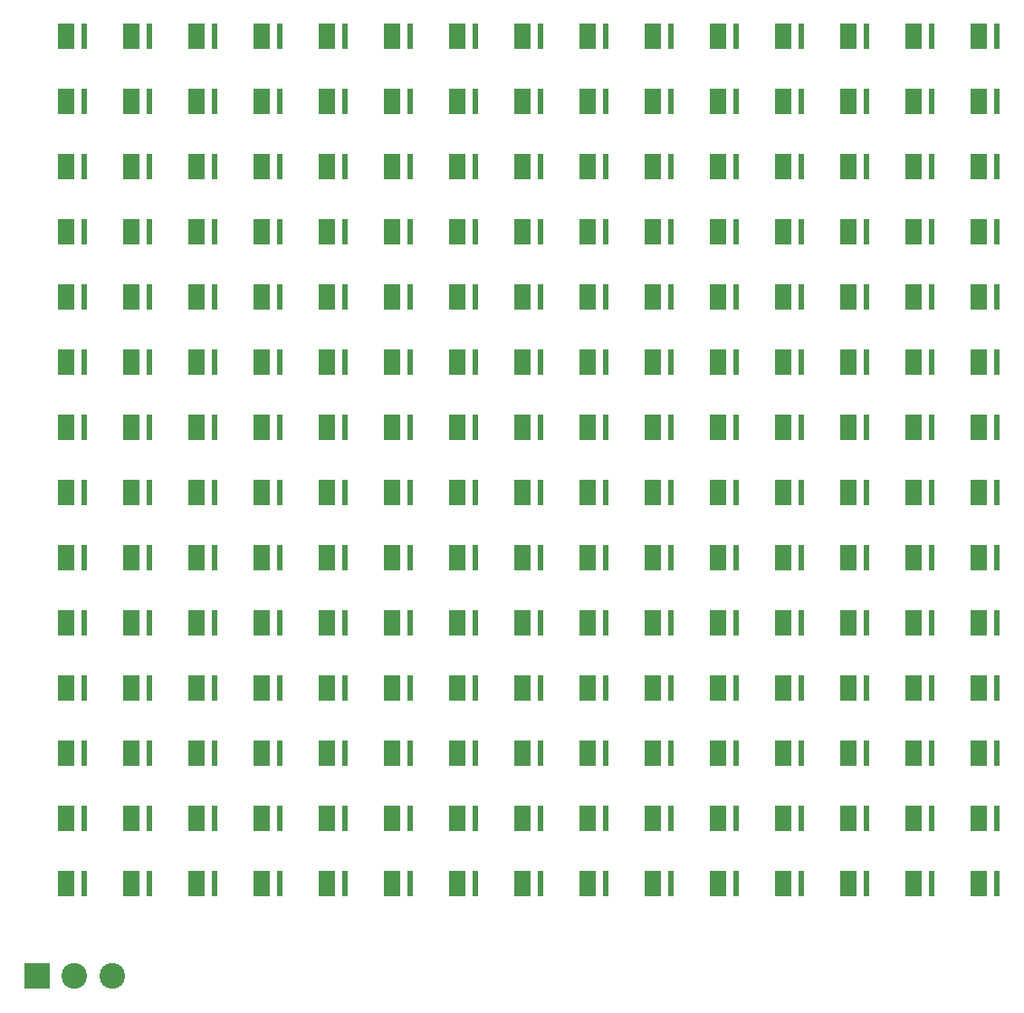
<source format=gbr>
G04 #@! TF.FileFunction,Soldermask,Top*
%FSLAX46Y46*%
G04 Gerber Fmt 4.6, Leading zero omitted, Abs format (unit mm)*
G04 Created by KiCad (PCBNEW 4.0.7) date Mon Aug 13 09:36:45 2018*
%MOMM*%
%LPD*%
G01*
G04 APERTURE LIST*
%ADD10C,0.100000*%
%ADD11R,2.400000X2.400000*%
%ADD12C,2.400000*%
%ADD13C,0.300000*%
%ADD14R,1.600000X2.400000*%
%ADD15R,0.600000X2.400000*%
G04 APERTURE END LIST*
D10*
D11*
X61468000Y-125984000D03*
D12*
X64968000Y-125984000D03*
X68468000Y-125984000D03*
D13*
X151130000Y-118389400D03*
X151130000Y-116306600D03*
X150114000Y-118389400D03*
X150114000Y-116306600D03*
X151130000Y-118110000D03*
X151130000Y-117856000D03*
X151130000Y-117602000D03*
X151130000Y-117348000D03*
X151130000Y-116840000D03*
X151130000Y-117094000D03*
X151130000Y-116586000D03*
X150114000Y-118110000D03*
X150114000Y-117602000D03*
X150114000Y-117094000D03*
X150114000Y-117348000D03*
X150114000Y-116840000D03*
X150114000Y-116586000D03*
X150114000Y-117856000D03*
D14*
X149547000Y-117348000D03*
D15*
X151197000Y-117348000D03*
D13*
X71882000Y-39141400D03*
X71882000Y-37058600D03*
X70866000Y-39141400D03*
X70866000Y-37058600D03*
X71882000Y-38862000D03*
X71882000Y-38608000D03*
X71882000Y-38354000D03*
X71882000Y-38100000D03*
X71882000Y-37592000D03*
X71882000Y-37846000D03*
X71882000Y-37338000D03*
X70866000Y-38862000D03*
X70866000Y-38354000D03*
X70866000Y-37846000D03*
X70866000Y-38100000D03*
X70866000Y-37592000D03*
X70866000Y-37338000D03*
X70866000Y-38608000D03*
D14*
X70299000Y-38100000D03*
D15*
X71949000Y-38100000D03*
D13*
X84074000Y-39141400D03*
X84074000Y-37058600D03*
X83058000Y-39141400D03*
X83058000Y-37058600D03*
X84074000Y-38862000D03*
X84074000Y-38608000D03*
X84074000Y-38354000D03*
X84074000Y-38100000D03*
X84074000Y-37592000D03*
X84074000Y-37846000D03*
X84074000Y-37338000D03*
X83058000Y-38862000D03*
X83058000Y-38354000D03*
X83058000Y-37846000D03*
X83058000Y-38100000D03*
X83058000Y-37592000D03*
X83058000Y-37338000D03*
X83058000Y-38608000D03*
D14*
X82491000Y-38100000D03*
D15*
X84141000Y-38100000D03*
D13*
X96266000Y-39141400D03*
X96266000Y-37058600D03*
X95250000Y-39141400D03*
X95250000Y-37058600D03*
X96266000Y-38862000D03*
X96266000Y-38608000D03*
X96266000Y-38354000D03*
X96266000Y-38100000D03*
X96266000Y-37592000D03*
X96266000Y-37846000D03*
X96266000Y-37338000D03*
X95250000Y-38862000D03*
X95250000Y-38354000D03*
X95250000Y-37846000D03*
X95250000Y-38100000D03*
X95250000Y-37592000D03*
X95250000Y-37338000D03*
X95250000Y-38608000D03*
D14*
X94683000Y-38100000D03*
D15*
X96333000Y-38100000D03*
D13*
X108458000Y-39141400D03*
X108458000Y-37058600D03*
X107442000Y-39141400D03*
X107442000Y-37058600D03*
X108458000Y-38862000D03*
X108458000Y-38608000D03*
X108458000Y-38354000D03*
X108458000Y-38100000D03*
X108458000Y-37592000D03*
X108458000Y-37846000D03*
X108458000Y-37338000D03*
X107442000Y-38862000D03*
X107442000Y-38354000D03*
X107442000Y-37846000D03*
X107442000Y-38100000D03*
X107442000Y-37592000D03*
X107442000Y-37338000D03*
X107442000Y-38608000D03*
D14*
X106875000Y-38100000D03*
D15*
X108525000Y-38100000D03*
D13*
X120650000Y-39141400D03*
X120650000Y-37058600D03*
X119634000Y-39141400D03*
X119634000Y-37058600D03*
X120650000Y-38862000D03*
X120650000Y-38608000D03*
X120650000Y-38354000D03*
X120650000Y-38100000D03*
X120650000Y-37592000D03*
X120650000Y-37846000D03*
X120650000Y-37338000D03*
X119634000Y-38862000D03*
X119634000Y-38354000D03*
X119634000Y-37846000D03*
X119634000Y-38100000D03*
X119634000Y-37592000D03*
X119634000Y-37338000D03*
X119634000Y-38608000D03*
D14*
X119067000Y-38100000D03*
D15*
X120717000Y-38100000D03*
D13*
X132842000Y-39141400D03*
X132842000Y-37058600D03*
X131826000Y-39141400D03*
X131826000Y-37058600D03*
X132842000Y-38862000D03*
X132842000Y-38608000D03*
X132842000Y-38354000D03*
X132842000Y-38100000D03*
X132842000Y-37592000D03*
X132842000Y-37846000D03*
X132842000Y-37338000D03*
X131826000Y-38862000D03*
X131826000Y-38354000D03*
X131826000Y-37846000D03*
X131826000Y-38100000D03*
X131826000Y-37592000D03*
X131826000Y-37338000D03*
X131826000Y-38608000D03*
D14*
X131259000Y-38100000D03*
D15*
X132909000Y-38100000D03*
D13*
X145034000Y-39141400D03*
X145034000Y-37058600D03*
X144018000Y-39141400D03*
X144018000Y-37058600D03*
X145034000Y-38862000D03*
X145034000Y-38608000D03*
X145034000Y-38354000D03*
X145034000Y-38100000D03*
X145034000Y-37592000D03*
X145034000Y-37846000D03*
X145034000Y-37338000D03*
X144018000Y-38862000D03*
X144018000Y-38354000D03*
X144018000Y-37846000D03*
X144018000Y-38100000D03*
X144018000Y-37592000D03*
X144018000Y-37338000D03*
X144018000Y-38608000D03*
D14*
X143451000Y-38100000D03*
D15*
X145101000Y-38100000D03*
D13*
X71882000Y-51333400D03*
X71882000Y-49250600D03*
X70866000Y-51333400D03*
X70866000Y-49250600D03*
X71882000Y-51054000D03*
X71882000Y-50800000D03*
X71882000Y-50546000D03*
X71882000Y-50292000D03*
X71882000Y-49784000D03*
X71882000Y-50038000D03*
X71882000Y-49530000D03*
X70866000Y-51054000D03*
X70866000Y-50546000D03*
X70866000Y-50038000D03*
X70866000Y-50292000D03*
X70866000Y-49784000D03*
X70866000Y-49530000D03*
X70866000Y-50800000D03*
D14*
X70299000Y-50292000D03*
D15*
X71949000Y-50292000D03*
D13*
X84074000Y-51333400D03*
X84074000Y-49250600D03*
X83058000Y-51333400D03*
X83058000Y-49250600D03*
X84074000Y-51054000D03*
X84074000Y-50800000D03*
X84074000Y-50546000D03*
X84074000Y-50292000D03*
X84074000Y-49784000D03*
X84074000Y-50038000D03*
X84074000Y-49530000D03*
X83058000Y-51054000D03*
X83058000Y-50546000D03*
X83058000Y-50038000D03*
X83058000Y-50292000D03*
X83058000Y-49784000D03*
X83058000Y-49530000D03*
X83058000Y-50800000D03*
D14*
X82491000Y-50292000D03*
D15*
X84141000Y-50292000D03*
D13*
X96266000Y-51333400D03*
X96266000Y-49250600D03*
X95250000Y-51333400D03*
X95250000Y-49250600D03*
X96266000Y-51054000D03*
X96266000Y-50800000D03*
X96266000Y-50546000D03*
X96266000Y-50292000D03*
X96266000Y-49784000D03*
X96266000Y-50038000D03*
X96266000Y-49530000D03*
X95250000Y-51054000D03*
X95250000Y-50546000D03*
X95250000Y-50038000D03*
X95250000Y-50292000D03*
X95250000Y-49784000D03*
X95250000Y-49530000D03*
X95250000Y-50800000D03*
D14*
X94683000Y-50292000D03*
D15*
X96333000Y-50292000D03*
D13*
X108458000Y-51333400D03*
X108458000Y-49250600D03*
X107442000Y-51333400D03*
X107442000Y-49250600D03*
X108458000Y-51054000D03*
X108458000Y-50800000D03*
X108458000Y-50546000D03*
X108458000Y-50292000D03*
X108458000Y-49784000D03*
X108458000Y-50038000D03*
X108458000Y-49530000D03*
X107442000Y-51054000D03*
X107442000Y-50546000D03*
X107442000Y-50038000D03*
X107442000Y-50292000D03*
X107442000Y-49784000D03*
X107442000Y-49530000D03*
X107442000Y-50800000D03*
D14*
X106875000Y-50292000D03*
D15*
X108525000Y-50292000D03*
D13*
X120650000Y-51333400D03*
X120650000Y-49250600D03*
X119634000Y-51333400D03*
X119634000Y-49250600D03*
X120650000Y-51054000D03*
X120650000Y-50800000D03*
X120650000Y-50546000D03*
X120650000Y-50292000D03*
X120650000Y-49784000D03*
X120650000Y-50038000D03*
X120650000Y-49530000D03*
X119634000Y-51054000D03*
X119634000Y-50546000D03*
X119634000Y-50038000D03*
X119634000Y-50292000D03*
X119634000Y-49784000D03*
X119634000Y-49530000D03*
X119634000Y-50800000D03*
D14*
X119067000Y-50292000D03*
D15*
X120717000Y-50292000D03*
D13*
X132842000Y-51333400D03*
X132842000Y-49250600D03*
X131826000Y-51333400D03*
X131826000Y-49250600D03*
X132842000Y-51054000D03*
X132842000Y-50800000D03*
X132842000Y-50546000D03*
X132842000Y-50292000D03*
X132842000Y-49784000D03*
X132842000Y-50038000D03*
X132842000Y-49530000D03*
X131826000Y-51054000D03*
X131826000Y-50546000D03*
X131826000Y-50038000D03*
X131826000Y-50292000D03*
X131826000Y-49784000D03*
X131826000Y-49530000D03*
X131826000Y-50800000D03*
D14*
X131259000Y-50292000D03*
D15*
X132909000Y-50292000D03*
D13*
X145034000Y-51333400D03*
X145034000Y-49250600D03*
X144018000Y-51333400D03*
X144018000Y-49250600D03*
X145034000Y-51054000D03*
X145034000Y-50800000D03*
X145034000Y-50546000D03*
X145034000Y-50292000D03*
X145034000Y-49784000D03*
X145034000Y-50038000D03*
X145034000Y-49530000D03*
X144018000Y-51054000D03*
X144018000Y-50546000D03*
X144018000Y-50038000D03*
X144018000Y-50292000D03*
X144018000Y-49784000D03*
X144018000Y-49530000D03*
X144018000Y-50800000D03*
D14*
X143451000Y-50292000D03*
D15*
X145101000Y-50292000D03*
D13*
X65786000Y-45237400D03*
X65786000Y-43154600D03*
X64770000Y-45237400D03*
X64770000Y-43154600D03*
X65786000Y-44958000D03*
X65786000Y-44704000D03*
X65786000Y-44450000D03*
X65786000Y-44196000D03*
X65786000Y-43688000D03*
X65786000Y-43942000D03*
X65786000Y-43434000D03*
X64770000Y-44958000D03*
X64770000Y-44450000D03*
X64770000Y-43942000D03*
X64770000Y-44196000D03*
X64770000Y-43688000D03*
X64770000Y-43434000D03*
X64770000Y-44704000D03*
D14*
X64203000Y-44196000D03*
D15*
X65853000Y-44196000D03*
D13*
X77978000Y-45237400D03*
X77978000Y-43154600D03*
X76962000Y-45237400D03*
X76962000Y-43154600D03*
X77978000Y-44958000D03*
X77978000Y-44704000D03*
X77978000Y-44450000D03*
X77978000Y-44196000D03*
X77978000Y-43688000D03*
X77978000Y-43942000D03*
X77978000Y-43434000D03*
X76962000Y-44958000D03*
X76962000Y-44450000D03*
X76962000Y-43942000D03*
X76962000Y-44196000D03*
X76962000Y-43688000D03*
X76962000Y-43434000D03*
X76962000Y-44704000D03*
D14*
X76395000Y-44196000D03*
D15*
X78045000Y-44196000D03*
D13*
X90170000Y-45237400D03*
X90170000Y-43154600D03*
X89154000Y-45237400D03*
X89154000Y-43154600D03*
X90170000Y-44958000D03*
X90170000Y-44704000D03*
X90170000Y-44450000D03*
X90170000Y-44196000D03*
X90170000Y-43688000D03*
X90170000Y-43942000D03*
X90170000Y-43434000D03*
X89154000Y-44958000D03*
X89154000Y-44450000D03*
X89154000Y-43942000D03*
X89154000Y-44196000D03*
X89154000Y-43688000D03*
X89154000Y-43434000D03*
X89154000Y-44704000D03*
D14*
X88587000Y-44196000D03*
D15*
X90237000Y-44196000D03*
D13*
X102362000Y-45237400D03*
X102362000Y-43154600D03*
X101346000Y-45237400D03*
X101346000Y-43154600D03*
X102362000Y-44958000D03*
X102362000Y-44704000D03*
X102362000Y-44450000D03*
X102362000Y-44196000D03*
X102362000Y-43688000D03*
X102362000Y-43942000D03*
X102362000Y-43434000D03*
X101346000Y-44958000D03*
X101346000Y-44450000D03*
X101346000Y-43942000D03*
X101346000Y-44196000D03*
X101346000Y-43688000D03*
X101346000Y-43434000D03*
X101346000Y-44704000D03*
D14*
X100779000Y-44196000D03*
D15*
X102429000Y-44196000D03*
D13*
X114554000Y-45237400D03*
X114554000Y-43154600D03*
X113538000Y-45237400D03*
X113538000Y-43154600D03*
X114554000Y-44958000D03*
X114554000Y-44704000D03*
X114554000Y-44450000D03*
X114554000Y-44196000D03*
X114554000Y-43688000D03*
X114554000Y-43942000D03*
X114554000Y-43434000D03*
X113538000Y-44958000D03*
X113538000Y-44450000D03*
X113538000Y-43942000D03*
X113538000Y-44196000D03*
X113538000Y-43688000D03*
X113538000Y-43434000D03*
X113538000Y-44704000D03*
D14*
X112971000Y-44196000D03*
D15*
X114621000Y-44196000D03*
D13*
X126746000Y-45237400D03*
X126746000Y-43154600D03*
X125730000Y-45237400D03*
X125730000Y-43154600D03*
X126746000Y-44958000D03*
X126746000Y-44704000D03*
X126746000Y-44450000D03*
X126746000Y-44196000D03*
X126746000Y-43688000D03*
X126746000Y-43942000D03*
X126746000Y-43434000D03*
X125730000Y-44958000D03*
X125730000Y-44450000D03*
X125730000Y-43942000D03*
X125730000Y-44196000D03*
X125730000Y-43688000D03*
X125730000Y-43434000D03*
X125730000Y-44704000D03*
D14*
X125163000Y-44196000D03*
D15*
X126813000Y-44196000D03*
D13*
X138938000Y-45237400D03*
X138938000Y-43154600D03*
X137922000Y-45237400D03*
X137922000Y-43154600D03*
X138938000Y-44958000D03*
X138938000Y-44704000D03*
X138938000Y-44450000D03*
X138938000Y-44196000D03*
X138938000Y-43688000D03*
X138938000Y-43942000D03*
X138938000Y-43434000D03*
X137922000Y-44958000D03*
X137922000Y-44450000D03*
X137922000Y-43942000D03*
X137922000Y-44196000D03*
X137922000Y-43688000D03*
X137922000Y-43434000D03*
X137922000Y-44704000D03*
D14*
X137355000Y-44196000D03*
D15*
X139005000Y-44196000D03*
D13*
X151130000Y-45237400D03*
X151130000Y-43154600D03*
X150114000Y-45237400D03*
X150114000Y-43154600D03*
X151130000Y-44958000D03*
X151130000Y-44704000D03*
X151130000Y-44450000D03*
X151130000Y-44196000D03*
X151130000Y-43688000D03*
X151130000Y-43942000D03*
X151130000Y-43434000D03*
X150114000Y-44958000D03*
X150114000Y-44450000D03*
X150114000Y-43942000D03*
X150114000Y-44196000D03*
X150114000Y-43688000D03*
X150114000Y-43434000D03*
X150114000Y-44704000D03*
D14*
X149547000Y-44196000D03*
D15*
X151197000Y-44196000D03*
D13*
X65786000Y-57429400D03*
X65786000Y-55346600D03*
X64770000Y-57429400D03*
X64770000Y-55346600D03*
X65786000Y-57150000D03*
X65786000Y-56896000D03*
X65786000Y-56642000D03*
X65786000Y-56388000D03*
X65786000Y-55880000D03*
X65786000Y-56134000D03*
X65786000Y-55626000D03*
X64770000Y-57150000D03*
X64770000Y-56642000D03*
X64770000Y-56134000D03*
X64770000Y-56388000D03*
X64770000Y-55880000D03*
X64770000Y-55626000D03*
X64770000Y-56896000D03*
D14*
X64203000Y-56388000D03*
D15*
X65853000Y-56388000D03*
D13*
X77978000Y-57429400D03*
X77978000Y-55346600D03*
X76962000Y-57429400D03*
X76962000Y-55346600D03*
X77978000Y-57150000D03*
X77978000Y-56896000D03*
X77978000Y-56642000D03*
X77978000Y-56388000D03*
X77978000Y-55880000D03*
X77978000Y-56134000D03*
X77978000Y-55626000D03*
X76962000Y-57150000D03*
X76962000Y-56642000D03*
X76962000Y-56134000D03*
X76962000Y-56388000D03*
X76962000Y-55880000D03*
X76962000Y-55626000D03*
X76962000Y-56896000D03*
D14*
X76395000Y-56388000D03*
D15*
X78045000Y-56388000D03*
D13*
X90170000Y-57429400D03*
X90170000Y-55346600D03*
X89154000Y-57429400D03*
X89154000Y-55346600D03*
X90170000Y-57150000D03*
X90170000Y-56896000D03*
X90170000Y-56642000D03*
X90170000Y-56388000D03*
X90170000Y-55880000D03*
X90170000Y-56134000D03*
X90170000Y-55626000D03*
X89154000Y-57150000D03*
X89154000Y-56642000D03*
X89154000Y-56134000D03*
X89154000Y-56388000D03*
X89154000Y-55880000D03*
X89154000Y-55626000D03*
X89154000Y-56896000D03*
D14*
X88587000Y-56388000D03*
D15*
X90237000Y-56388000D03*
D13*
X102362000Y-57429400D03*
X102362000Y-55346600D03*
X101346000Y-57429400D03*
X101346000Y-55346600D03*
X102362000Y-57150000D03*
X102362000Y-56896000D03*
X102362000Y-56642000D03*
X102362000Y-56388000D03*
X102362000Y-55880000D03*
X102362000Y-56134000D03*
X102362000Y-55626000D03*
X101346000Y-57150000D03*
X101346000Y-56642000D03*
X101346000Y-56134000D03*
X101346000Y-56388000D03*
X101346000Y-55880000D03*
X101346000Y-55626000D03*
X101346000Y-56896000D03*
D14*
X100779000Y-56388000D03*
D15*
X102429000Y-56388000D03*
D13*
X114554000Y-57429400D03*
X114554000Y-55346600D03*
X113538000Y-57429400D03*
X113538000Y-55346600D03*
X114554000Y-57150000D03*
X114554000Y-56896000D03*
X114554000Y-56642000D03*
X114554000Y-56388000D03*
X114554000Y-55880000D03*
X114554000Y-56134000D03*
X114554000Y-55626000D03*
X113538000Y-57150000D03*
X113538000Y-56642000D03*
X113538000Y-56134000D03*
X113538000Y-56388000D03*
X113538000Y-55880000D03*
X113538000Y-55626000D03*
X113538000Y-56896000D03*
D14*
X112971000Y-56388000D03*
D15*
X114621000Y-56388000D03*
D13*
X126746000Y-57429400D03*
X126746000Y-55346600D03*
X125730000Y-57429400D03*
X125730000Y-55346600D03*
X126746000Y-57150000D03*
X126746000Y-56896000D03*
X126746000Y-56642000D03*
X126746000Y-56388000D03*
X126746000Y-55880000D03*
X126746000Y-56134000D03*
X126746000Y-55626000D03*
X125730000Y-57150000D03*
X125730000Y-56642000D03*
X125730000Y-56134000D03*
X125730000Y-56388000D03*
X125730000Y-55880000D03*
X125730000Y-55626000D03*
X125730000Y-56896000D03*
D14*
X125163000Y-56388000D03*
D15*
X126813000Y-56388000D03*
D13*
X138938000Y-57429400D03*
X138938000Y-55346600D03*
X137922000Y-57429400D03*
X137922000Y-55346600D03*
X138938000Y-57150000D03*
X138938000Y-56896000D03*
X138938000Y-56642000D03*
X138938000Y-56388000D03*
X138938000Y-55880000D03*
X138938000Y-56134000D03*
X138938000Y-55626000D03*
X137922000Y-57150000D03*
X137922000Y-56642000D03*
X137922000Y-56134000D03*
X137922000Y-56388000D03*
X137922000Y-55880000D03*
X137922000Y-55626000D03*
X137922000Y-56896000D03*
D14*
X137355000Y-56388000D03*
D15*
X139005000Y-56388000D03*
D13*
X151130000Y-57429400D03*
X151130000Y-55346600D03*
X150114000Y-57429400D03*
X150114000Y-55346600D03*
X151130000Y-57150000D03*
X151130000Y-56896000D03*
X151130000Y-56642000D03*
X151130000Y-56388000D03*
X151130000Y-55880000D03*
X151130000Y-56134000D03*
X151130000Y-55626000D03*
X150114000Y-57150000D03*
X150114000Y-56642000D03*
X150114000Y-56134000D03*
X150114000Y-56388000D03*
X150114000Y-55880000D03*
X150114000Y-55626000D03*
X150114000Y-56896000D03*
D14*
X149547000Y-56388000D03*
D15*
X151197000Y-56388000D03*
D13*
X71882000Y-63525400D03*
X71882000Y-61442600D03*
X70866000Y-63525400D03*
X70866000Y-61442600D03*
X71882000Y-63246000D03*
X71882000Y-62992000D03*
X71882000Y-62738000D03*
X71882000Y-62484000D03*
X71882000Y-61976000D03*
X71882000Y-62230000D03*
X71882000Y-61722000D03*
X70866000Y-63246000D03*
X70866000Y-62738000D03*
X70866000Y-62230000D03*
X70866000Y-62484000D03*
X70866000Y-61976000D03*
X70866000Y-61722000D03*
X70866000Y-62992000D03*
D14*
X70299000Y-62484000D03*
D15*
X71949000Y-62484000D03*
D13*
X84074000Y-63525400D03*
X84074000Y-61442600D03*
X83058000Y-63525400D03*
X83058000Y-61442600D03*
X84074000Y-63246000D03*
X84074000Y-62992000D03*
X84074000Y-62738000D03*
X84074000Y-62484000D03*
X84074000Y-61976000D03*
X84074000Y-62230000D03*
X84074000Y-61722000D03*
X83058000Y-63246000D03*
X83058000Y-62738000D03*
X83058000Y-62230000D03*
X83058000Y-62484000D03*
X83058000Y-61976000D03*
X83058000Y-61722000D03*
X83058000Y-62992000D03*
D14*
X82491000Y-62484000D03*
D15*
X84141000Y-62484000D03*
D13*
X96266000Y-63525400D03*
X96266000Y-61442600D03*
X95250000Y-63525400D03*
X95250000Y-61442600D03*
X96266000Y-63246000D03*
X96266000Y-62992000D03*
X96266000Y-62738000D03*
X96266000Y-62484000D03*
X96266000Y-61976000D03*
X96266000Y-62230000D03*
X96266000Y-61722000D03*
X95250000Y-63246000D03*
X95250000Y-62738000D03*
X95250000Y-62230000D03*
X95250000Y-62484000D03*
X95250000Y-61976000D03*
X95250000Y-61722000D03*
X95250000Y-62992000D03*
D14*
X94683000Y-62484000D03*
D15*
X96333000Y-62484000D03*
D13*
X108458000Y-63525400D03*
X108458000Y-61442600D03*
X107442000Y-63525400D03*
X107442000Y-61442600D03*
X108458000Y-63246000D03*
X108458000Y-62992000D03*
X108458000Y-62738000D03*
X108458000Y-62484000D03*
X108458000Y-61976000D03*
X108458000Y-62230000D03*
X108458000Y-61722000D03*
X107442000Y-63246000D03*
X107442000Y-62738000D03*
X107442000Y-62230000D03*
X107442000Y-62484000D03*
X107442000Y-61976000D03*
X107442000Y-61722000D03*
X107442000Y-62992000D03*
D14*
X106875000Y-62484000D03*
D15*
X108525000Y-62484000D03*
D13*
X120650000Y-63525400D03*
X120650000Y-61442600D03*
X119634000Y-63525400D03*
X119634000Y-61442600D03*
X120650000Y-63246000D03*
X120650000Y-62992000D03*
X120650000Y-62738000D03*
X120650000Y-62484000D03*
X120650000Y-61976000D03*
X120650000Y-62230000D03*
X120650000Y-61722000D03*
X119634000Y-63246000D03*
X119634000Y-62738000D03*
X119634000Y-62230000D03*
X119634000Y-62484000D03*
X119634000Y-61976000D03*
X119634000Y-61722000D03*
X119634000Y-62992000D03*
D14*
X119067000Y-62484000D03*
D15*
X120717000Y-62484000D03*
D13*
X132842000Y-63525400D03*
X132842000Y-61442600D03*
X131826000Y-63525400D03*
X131826000Y-61442600D03*
X132842000Y-63246000D03*
X132842000Y-62992000D03*
X132842000Y-62738000D03*
X132842000Y-62484000D03*
X132842000Y-61976000D03*
X132842000Y-62230000D03*
X132842000Y-61722000D03*
X131826000Y-63246000D03*
X131826000Y-62738000D03*
X131826000Y-62230000D03*
X131826000Y-62484000D03*
X131826000Y-61976000D03*
X131826000Y-61722000D03*
X131826000Y-62992000D03*
D14*
X131259000Y-62484000D03*
D15*
X132909000Y-62484000D03*
D13*
X145034000Y-63525400D03*
X145034000Y-61442600D03*
X144018000Y-63525400D03*
X144018000Y-61442600D03*
X145034000Y-63246000D03*
X145034000Y-62992000D03*
X145034000Y-62738000D03*
X145034000Y-62484000D03*
X145034000Y-61976000D03*
X145034000Y-62230000D03*
X145034000Y-61722000D03*
X144018000Y-63246000D03*
X144018000Y-62738000D03*
X144018000Y-62230000D03*
X144018000Y-62484000D03*
X144018000Y-61976000D03*
X144018000Y-61722000D03*
X144018000Y-62992000D03*
D14*
X143451000Y-62484000D03*
D15*
X145101000Y-62484000D03*
D13*
X65786000Y-69621400D03*
X65786000Y-67538600D03*
X64770000Y-69621400D03*
X64770000Y-67538600D03*
X65786000Y-69342000D03*
X65786000Y-69088000D03*
X65786000Y-68834000D03*
X65786000Y-68580000D03*
X65786000Y-68072000D03*
X65786000Y-68326000D03*
X65786000Y-67818000D03*
X64770000Y-69342000D03*
X64770000Y-68834000D03*
X64770000Y-68326000D03*
X64770000Y-68580000D03*
X64770000Y-68072000D03*
X64770000Y-67818000D03*
X64770000Y-69088000D03*
D14*
X64203000Y-68580000D03*
D15*
X65853000Y-68580000D03*
D13*
X77978000Y-69621400D03*
X77978000Y-67538600D03*
X76962000Y-69621400D03*
X76962000Y-67538600D03*
X77978000Y-69342000D03*
X77978000Y-69088000D03*
X77978000Y-68834000D03*
X77978000Y-68580000D03*
X77978000Y-68072000D03*
X77978000Y-68326000D03*
X77978000Y-67818000D03*
X76962000Y-69342000D03*
X76962000Y-68834000D03*
X76962000Y-68326000D03*
X76962000Y-68580000D03*
X76962000Y-68072000D03*
X76962000Y-67818000D03*
X76962000Y-69088000D03*
D14*
X76395000Y-68580000D03*
D15*
X78045000Y-68580000D03*
D13*
X90170000Y-69621400D03*
X90170000Y-67538600D03*
X89154000Y-69621400D03*
X89154000Y-67538600D03*
X90170000Y-69342000D03*
X90170000Y-69088000D03*
X90170000Y-68834000D03*
X90170000Y-68580000D03*
X90170000Y-68072000D03*
X90170000Y-68326000D03*
X90170000Y-67818000D03*
X89154000Y-69342000D03*
X89154000Y-68834000D03*
X89154000Y-68326000D03*
X89154000Y-68580000D03*
X89154000Y-68072000D03*
X89154000Y-67818000D03*
X89154000Y-69088000D03*
D14*
X88587000Y-68580000D03*
D15*
X90237000Y-68580000D03*
D13*
X102362000Y-69621400D03*
X102362000Y-67538600D03*
X101346000Y-69621400D03*
X101346000Y-67538600D03*
X102362000Y-69342000D03*
X102362000Y-69088000D03*
X102362000Y-68834000D03*
X102362000Y-68580000D03*
X102362000Y-68072000D03*
X102362000Y-68326000D03*
X102362000Y-67818000D03*
X101346000Y-69342000D03*
X101346000Y-68834000D03*
X101346000Y-68326000D03*
X101346000Y-68580000D03*
X101346000Y-68072000D03*
X101346000Y-67818000D03*
X101346000Y-69088000D03*
D14*
X100779000Y-68580000D03*
D15*
X102429000Y-68580000D03*
D13*
X114554000Y-69621400D03*
X114554000Y-67538600D03*
X113538000Y-69621400D03*
X113538000Y-67538600D03*
X114554000Y-69342000D03*
X114554000Y-69088000D03*
X114554000Y-68834000D03*
X114554000Y-68580000D03*
X114554000Y-68072000D03*
X114554000Y-68326000D03*
X114554000Y-67818000D03*
X113538000Y-69342000D03*
X113538000Y-68834000D03*
X113538000Y-68326000D03*
X113538000Y-68580000D03*
X113538000Y-68072000D03*
X113538000Y-67818000D03*
X113538000Y-69088000D03*
D14*
X112971000Y-68580000D03*
D15*
X114621000Y-68580000D03*
D13*
X126746000Y-69621400D03*
X126746000Y-67538600D03*
X125730000Y-69621400D03*
X125730000Y-67538600D03*
X126746000Y-69342000D03*
X126746000Y-69088000D03*
X126746000Y-68834000D03*
X126746000Y-68580000D03*
X126746000Y-68072000D03*
X126746000Y-68326000D03*
X126746000Y-67818000D03*
X125730000Y-69342000D03*
X125730000Y-68834000D03*
X125730000Y-68326000D03*
X125730000Y-68580000D03*
X125730000Y-68072000D03*
X125730000Y-67818000D03*
X125730000Y-69088000D03*
D14*
X125163000Y-68580000D03*
D15*
X126813000Y-68580000D03*
D13*
X138938000Y-69621400D03*
X138938000Y-67538600D03*
X137922000Y-69621400D03*
X137922000Y-67538600D03*
X138938000Y-69342000D03*
X138938000Y-69088000D03*
X138938000Y-68834000D03*
X138938000Y-68580000D03*
X138938000Y-68072000D03*
X138938000Y-68326000D03*
X138938000Y-67818000D03*
X137922000Y-69342000D03*
X137922000Y-68834000D03*
X137922000Y-68326000D03*
X137922000Y-68580000D03*
X137922000Y-68072000D03*
X137922000Y-67818000D03*
X137922000Y-69088000D03*
D14*
X137355000Y-68580000D03*
D15*
X139005000Y-68580000D03*
D13*
X151130000Y-69621400D03*
X151130000Y-67538600D03*
X150114000Y-69621400D03*
X150114000Y-67538600D03*
X151130000Y-69342000D03*
X151130000Y-69088000D03*
X151130000Y-68834000D03*
X151130000Y-68580000D03*
X151130000Y-68072000D03*
X151130000Y-68326000D03*
X151130000Y-67818000D03*
X150114000Y-69342000D03*
X150114000Y-68834000D03*
X150114000Y-68326000D03*
X150114000Y-68580000D03*
X150114000Y-68072000D03*
X150114000Y-67818000D03*
X150114000Y-69088000D03*
D14*
X149547000Y-68580000D03*
D15*
X151197000Y-68580000D03*
D13*
X71882000Y-75717400D03*
X71882000Y-73634600D03*
X70866000Y-75717400D03*
X70866000Y-73634600D03*
X71882000Y-75438000D03*
X71882000Y-75184000D03*
X71882000Y-74930000D03*
X71882000Y-74676000D03*
X71882000Y-74168000D03*
X71882000Y-74422000D03*
X71882000Y-73914000D03*
X70866000Y-75438000D03*
X70866000Y-74930000D03*
X70866000Y-74422000D03*
X70866000Y-74676000D03*
X70866000Y-74168000D03*
X70866000Y-73914000D03*
X70866000Y-75184000D03*
D14*
X70299000Y-74676000D03*
D15*
X71949000Y-74676000D03*
D13*
X84074000Y-75717400D03*
X84074000Y-73634600D03*
X83058000Y-75717400D03*
X83058000Y-73634600D03*
X84074000Y-75438000D03*
X84074000Y-75184000D03*
X84074000Y-74930000D03*
X84074000Y-74676000D03*
X84074000Y-74168000D03*
X84074000Y-74422000D03*
X84074000Y-73914000D03*
X83058000Y-75438000D03*
X83058000Y-74930000D03*
X83058000Y-74422000D03*
X83058000Y-74676000D03*
X83058000Y-74168000D03*
X83058000Y-73914000D03*
X83058000Y-75184000D03*
D14*
X82491000Y-74676000D03*
D15*
X84141000Y-74676000D03*
D13*
X96266000Y-75717400D03*
X96266000Y-73634600D03*
X95250000Y-75717400D03*
X95250000Y-73634600D03*
X96266000Y-75438000D03*
X96266000Y-75184000D03*
X96266000Y-74930000D03*
X96266000Y-74676000D03*
X96266000Y-74168000D03*
X96266000Y-74422000D03*
X96266000Y-73914000D03*
X95250000Y-75438000D03*
X95250000Y-74930000D03*
X95250000Y-74422000D03*
X95250000Y-74676000D03*
X95250000Y-74168000D03*
X95250000Y-73914000D03*
X95250000Y-75184000D03*
D14*
X94683000Y-74676000D03*
D15*
X96333000Y-74676000D03*
D13*
X108458000Y-75717400D03*
X108458000Y-73634600D03*
X107442000Y-75717400D03*
X107442000Y-73634600D03*
X108458000Y-75438000D03*
X108458000Y-75184000D03*
X108458000Y-74930000D03*
X108458000Y-74676000D03*
X108458000Y-74168000D03*
X108458000Y-74422000D03*
X108458000Y-73914000D03*
X107442000Y-75438000D03*
X107442000Y-74930000D03*
X107442000Y-74422000D03*
X107442000Y-74676000D03*
X107442000Y-74168000D03*
X107442000Y-73914000D03*
X107442000Y-75184000D03*
D14*
X106875000Y-74676000D03*
D15*
X108525000Y-74676000D03*
D13*
X120650000Y-75717400D03*
X120650000Y-73634600D03*
X119634000Y-75717400D03*
X119634000Y-73634600D03*
X120650000Y-75438000D03*
X120650000Y-75184000D03*
X120650000Y-74930000D03*
X120650000Y-74676000D03*
X120650000Y-74168000D03*
X120650000Y-74422000D03*
X120650000Y-73914000D03*
X119634000Y-75438000D03*
X119634000Y-74930000D03*
X119634000Y-74422000D03*
X119634000Y-74676000D03*
X119634000Y-74168000D03*
X119634000Y-73914000D03*
X119634000Y-75184000D03*
D14*
X119067000Y-74676000D03*
D15*
X120717000Y-74676000D03*
D13*
X132842000Y-75717400D03*
X132842000Y-73634600D03*
X131826000Y-75717400D03*
X131826000Y-73634600D03*
X132842000Y-75438000D03*
X132842000Y-75184000D03*
X132842000Y-74930000D03*
X132842000Y-74676000D03*
X132842000Y-74168000D03*
X132842000Y-74422000D03*
X132842000Y-73914000D03*
X131826000Y-75438000D03*
X131826000Y-74930000D03*
X131826000Y-74422000D03*
X131826000Y-74676000D03*
X131826000Y-74168000D03*
X131826000Y-73914000D03*
X131826000Y-75184000D03*
D14*
X131259000Y-74676000D03*
D15*
X132909000Y-74676000D03*
D13*
X145034000Y-75717400D03*
X145034000Y-73634600D03*
X144018000Y-75717400D03*
X144018000Y-73634600D03*
X145034000Y-75438000D03*
X145034000Y-75184000D03*
X145034000Y-74930000D03*
X145034000Y-74676000D03*
X145034000Y-74168000D03*
X145034000Y-74422000D03*
X145034000Y-73914000D03*
X144018000Y-75438000D03*
X144018000Y-74930000D03*
X144018000Y-74422000D03*
X144018000Y-74676000D03*
X144018000Y-74168000D03*
X144018000Y-73914000D03*
X144018000Y-75184000D03*
D14*
X143451000Y-74676000D03*
D15*
X145101000Y-74676000D03*
D13*
X65786000Y-81813400D03*
X65786000Y-79730600D03*
X64770000Y-81813400D03*
X64770000Y-79730600D03*
X65786000Y-81534000D03*
X65786000Y-81280000D03*
X65786000Y-81026000D03*
X65786000Y-80772000D03*
X65786000Y-80264000D03*
X65786000Y-80518000D03*
X65786000Y-80010000D03*
X64770000Y-81534000D03*
X64770000Y-81026000D03*
X64770000Y-80518000D03*
X64770000Y-80772000D03*
X64770000Y-80264000D03*
X64770000Y-80010000D03*
X64770000Y-81280000D03*
D14*
X64203000Y-80772000D03*
D15*
X65853000Y-80772000D03*
D13*
X77978000Y-81813400D03*
X77978000Y-79730600D03*
X76962000Y-81813400D03*
X76962000Y-79730600D03*
X77978000Y-81534000D03*
X77978000Y-81280000D03*
X77978000Y-81026000D03*
X77978000Y-80772000D03*
X77978000Y-80264000D03*
X77978000Y-80518000D03*
X77978000Y-80010000D03*
X76962000Y-81534000D03*
X76962000Y-81026000D03*
X76962000Y-80518000D03*
X76962000Y-80772000D03*
X76962000Y-80264000D03*
X76962000Y-80010000D03*
X76962000Y-81280000D03*
D14*
X76395000Y-80772000D03*
D15*
X78045000Y-80772000D03*
D13*
X90170000Y-81813400D03*
X90170000Y-79730600D03*
X89154000Y-81813400D03*
X89154000Y-79730600D03*
X90170000Y-81534000D03*
X90170000Y-81280000D03*
X90170000Y-81026000D03*
X90170000Y-80772000D03*
X90170000Y-80264000D03*
X90170000Y-80518000D03*
X90170000Y-80010000D03*
X89154000Y-81534000D03*
X89154000Y-81026000D03*
X89154000Y-80518000D03*
X89154000Y-80772000D03*
X89154000Y-80264000D03*
X89154000Y-80010000D03*
X89154000Y-81280000D03*
D14*
X88587000Y-80772000D03*
D15*
X90237000Y-80772000D03*
D13*
X102362000Y-81813400D03*
X102362000Y-79730600D03*
X101346000Y-81813400D03*
X101346000Y-79730600D03*
X102362000Y-81534000D03*
X102362000Y-81280000D03*
X102362000Y-81026000D03*
X102362000Y-80772000D03*
X102362000Y-80264000D03*
X102362000Y-80518000D03*
X102362000Y-80010000D03*
X101346000Y-81534000D03*
X101346000Y-81026000D03*
X101346000Y-80518000D03*
X101346000Y-80772000D03*
X101346000Y-80264000D03*
X101346000Y-80010000D03*
X101346000Y-81280000D03*
D14*
X100779000Y-80772000D03*
D15*
X102429000Y-80772000D03*
D13*
X114554000Y-81813400D03*
X114554000Y-79730600D03*
X113538000Y-81813400D03*
X113538000Y-79730600D03*
X114554000Y-81534000D03*
X114554000Y-81280000D03*
X114554000Y-81026000D03*
X114554000Y-80772000D03*
X114554000Y-80264000D03*
X114554000Y-80518000D03*
X114554000Y-80010000D03*
X113538000Y-81534000D03*
X113538000Y-81026000D03*
X113538000Y-80518000D03*
X113538000Y-80772000D03*
X113538000Y-80264000D03*
X113538000Y-80010000D03*
X113538000Y-81280000D03*
D14*
X112971000Y-80772000D03*
D15*
X114621000Y-80772000D03*
D13*
X126746000Y-81813400D03*
X126746000Y-79730600D03*
X125730000Y-81813400D03*
X125730000Y-79730600D03*
X126746000Y-81534000D03*
X126746000Y-81280000D03*
X126746000Y-81026000D03*
X126746000Y-80772000D03*
X126746000Y-80264000D03*
X126746000Y-80518000D03*
X126746000Y-80010000D03*
X125730000Y-81534000D03*
X125730000Y-81026000D03*
X125730000Y-80518000D03*
X125730000Y-80772000D03*
X125730000Y-80264000D03*
X125730000Y-80010000D03*
X125730000Y-81280000D03*
D14*
X125163000Y-80772000D03*
D15*
X126813000Y-80772000D03*
D13*
X138938000Y-81813400D03*
X138938000Y-79730600D03*
X137922000Y-81813400D03*
X137922000Y-79730600D03*
X138938000Y-81534000D03*
X138938000Y-81280000D03*
X138938000Y-81026000D03*
X138938000Y-80772000D03*
X138938000Y-80264000D03*
X138938000Y-80518000D03*
X138938000Y-80010000D03*
X137922000Y-81534000D03*
X137922000Y-81026000D03*
X137922000Y-80518000D03*
X137922000Y-80772000D03*
X137922000Y-80264000D03*
X137922000Y-80010000D03*
X137922000Y-81280000D03*
D14*
X137355000Y-80772000D03*
D15*
X139005000Y-80772000D03*
D13*
X151130000Y-81813400D03*
X151130000Y-79730600D03*
X150114000Y-81813400D03*
X150114000Y-79730600D03*
X151130000Y-81534000D03*
X151130000Y-81280000D03*
X151130000Y-81026000D03*
X151130000Y-80772000D03*
X151130000Y-80264000D03*
X151130000Y-80518000D03*
X151130000Y-80010000D03*
X150114000Y-81534000D03*
X150114000Y-81026000D03*
X150114000Y-80518000D03*
X150114000Y-80772000D03*
X150114000Y-80264000D03*
X150114000Y-80010000D03*
X150114000Y-81280000D03*
D14*
X149547000Y-80772000D03*
D15*
X151197000Y-80772000D03*
D13*
X71882000Y-87909400D03*
X71882000Y-85826600D03*
X70866000Y-87909400D03*
X70866000Y-85826600D03*
X71882000Y-87630000D03*
X71882000Y-87376000D03*
X71882000Y-87122000D03*
X71882000Y-86868000D03*
X71882000Y-86360000D03*
X71882000Y-86614000D03*
X71882000Y-86106000D03*
X70866000Y-87630000D03*
X70866000Y-87122000D03*
X70866000Y-86614000D03*
X70866000Y-86868000D03*
X70866000Y-86360000D03*
X70866000Y-86106000D03*
X70866000Y-87376000D03*
D14*
X70299000Y-86868000D03*
D15*
X71949000Y-86868000D03*
D13*
X84074000Y-87909400D03*
X84074000Y-85826600D03*
X83058000Y-87909400D03*
X83058000Y-85826600D03*
X84074000Y-87630000D03*
X84074000Y-87376000D03*
X84074000Y-87122000D03*
X84074000Y-86868000D03*
X84074000Y-86360000D03*
X84074000Y-86614000D03*
X84074000Y-86106000D03*
X83058000Y-87630000D03*
X83058000Y-87122000D03*
X83058000Y-86614000D03*
X83058000Y-86868000D03*
X83058000Y-86360000D03*
X83058000Y-86106000D03*
X83058000Y-87376000D03*
D14*
X82491000Y-86868000D03*
D15*
X84141000Y-86868000D03*
D13*
X96266000Y-87909400D03*
X96266000Y-85826600D03*
X95250000Y-87909400D03*
X95250000Y-85826600D03*
X96266000Y-87630000D03*
X96266000Y-87376000D03*
X96266000Y-87122000D03*
X96266000Y-86868000D03*
X96266000Y-86360000D03*
X96266000Y-86614000D03*
X96266000Y-86106000D03*
X95250000Y-87630000D03*
X95250000Y-87122000D03*
X95250000Y-86614000D03*
X95250000Y-86868000D03*
X95250000Y-86360000D03*
X95250000Y-86106000D03*
X95250000Y-87376000D03*
D14*
X94683000Y-86868000D03*
D15*
X96333000Y-86868000D03*
D13*
X108458000Y-87909400D03*
X108458000Y-85826600D03*
X107442000Y-87909400D03*
X107442000Y-85826600D03*
X108458000Y-87630000D03*
X108458000Y-87376000D03*
X108458000Y-87122000D03*
X108458000Y-86868000D03*
X108458000Y-86360000D03*
X108458000Y-86614000D03*
X108458000Y-86106000D03*
X107442000Y-87630000D03*
X107442000Y-87122000D03*
X107442000Y-86614000D03*
X107442000Y-86868000D03*
X107442000Y-86360000D03*
X107442000Y-86106000D03*
X107442000Y-87376000D03*
D14*
X106875000Y-86868000D03*
D15*
X108525000Y-86868000D03*
D13*
X120650000Y-87909400D03*
X120650000Y-85826600D03*
X119634000Y-87909400D03*
X119634000Y-85826600D03*
X120650000Y-87630000D03*
X120650000Y-87376000D03*
X120650000Y-87122000D03*
X120650000Y-86868000D03*
X120650000Y-86360000D03*
X120650000Y-86614000D03*
X120650000Y-86106000D03*
X119634000Y-87630000D03*
X119634000Y-87122000D03*
X119634000Y-86614000D03*
X119634000Y-86868000D03*
X119634000Y-86360000D03*
X119634000Y-86106000D03*
X119634000Y-87376000D03*
D14*
X119067000Y-86868000D03*
D15*
X120717000Y-86868000D03*
D13*
X132842000Y-87909400D03*
X132842000Y-85826600D03*
X131826000Y-87909400D03*
X131826000Y-85826600D03*
X132842000Y-87630000D03*
X132842000Y-87376000D03*
X132842000Y-87122000D03*
X132842000Y-86868000D03*
X132842000Y-86360000D03*
X132842000Y-86614000D03*
X132842000Y-86106000D03*
X131826000Y-87630000D03*
X131826000Y-87122000D03*
X131826000Y-86614000D03*
X131826000Y-86868000D03*
X131826000Y-86360000D03*
X131826000Y-86106000D03*
X131826000Y-87376000D03*
D14*
X131259000Y-86868000D03*
D15*
X132909000Y-86868000D03*
D13*
X145034000Y-87909400D03*
X145034000Y-85826600D03*
X144018000Y-87909400D03*
X144018000Y-85826600D03*
X145034000Y-87630000D03*
X145034000Y-87376000D03*
X145034000Y-87122000D03*
X145034000Y-86868000D03*
X145034000Y-86360000D03*
X145034000Y-86614000D03*
X145034000Y-86106000D03*
X144018000Y-87630000D03*
X144018000Y-87122000D03*
X144018000Y-86614000D03*
X144018000Y-86868000D03*
X144018000Y-86360000D03*
X144018000Y-86106000D03*
X144018000Y-87376000D03*
D14*
X143451000Y-86868000D03*
D15*
X145101000Y-86868000D03*
D13*
X65786000Y-94005400D03*
X65786000Y-91922600D03*
X64770000Y-94005400D03*
X64770000Y-91922600D03*
X65786000Y-93726000D03*
X65786000Y-93472000D03*
X65786000Y-93218000D03*
X65786000Y-92964000D03*
X65786000Y-92456000D03*
X65786000Y-92710000D03*
X65786000Y-92202000D03*
X64770000Y-93726000D03*
X64770000Y-93218000D03*
X64770000Y-92710000D03*
X64770000Y-92964000D03*
X64770000Y-92456000D03*
X64770000Y-92202000D03*
X64770000Y-93472000D03*
D14*
X64203000Y-92964000D03*
D15*
X65853000Y-92964000D03*
D13*
X77978000Y-94005400D03*
X77978000Y-91922600D03*
X76962000Y-94005400D03*
X76962000Y-91922600D03*
X77978000Y-93726000D03*
X77978000Y-93472000D03*
X77978000Y-93218000D03*
X77978000Y-92964000D03*
X77978000Y-92456000D03*
X77978000Y-92710000D03*
X77978000Y-92202000D03*
X76962000Y-93726000D03*
X76962000Y-93218000D03*
X76962000Y-92710000D03*
X76962000Y-92964000D03*
X76962000Y-92456000D03*
X76962000Y-92202000D03*
X76962000Y-93472000D03*
D14*
X76395000Y-92964000D03*
D15*
X78045000Y-92964000D03*
D13*
X90170000Y-94005400D03*
X90170000Y-91922600D03*
X89154000Y-94005400D03*
X89154000Y-91922600D03*
X90170000Y-93726000D03*
X90170000Y-93472000D03*
X90170000Y-93218000D03*
X90170000Y-92964000D03*
X90170000Y-92456000D03*
X90170000Y-92710000D03*
X90170000Y-92202000D03*
X89154000Y-93726000D03*
X89154000Y-93218000D03*
X89154000Y-92710000D03*
X89154000Y-92964000D03*
X89154000Y-92456000D03*
X89154000Y-92202000D03*
X89154000Y-93472000D03*
D14*
X88587000Y-92964000D03*
D15*
X90237000Y-92964000D03*
D13*
X102362000Y-94005400D03*
X102362000Y-91922600D03*
X101346000Y-94005400D03*
X101346000Y-91922600D03*
X102362000Y-93726000D03*
X102362000Y-93472000D03*
X102362000Y-93218000D03*
X102362000Y-92964000D03*
X102362000Y-92456000D03*
X102362000Y-92710000D03*
X102362000Y-92202000D03*
X101346000Y-93726000D03*
X101346000Y-93218000D03*
X101346000Y-92710000D03*
X101346000Y-92964000D03*
X101346000Y-92456000D03*
X101346000Y-92202000D03*
X101346000Y-93472000D03*
D14*
X100779000Y-92964000D03*
D15*
X102429000Y-92964000D03*
D13*
X114554000Y-94005400D03*
X114554000Y-91922600D03*
X113538000Y-94005400D03*
X113538000Y-91922600D03*
X114554000Y-93726000D03*
X114554000Y-93472000D03*
X114554000Y-93218000D03*
X114554000Y-92964000D03*
X114554000Y-92456000D03*
X114554000Y-92710000D03*
X114554000Y-92202000D03*
X113538000Y-93726000D03*
X113538000Y-93218000D03*
X113538000Y-92710000D03*
X113538000Y-92964000D03*
X113538000Y-92456000D03*
X113538000Y-92202000D03*
X113538000Y-93472000D03*
D14*
X112971000Y-92964000D03*
D15*
X114621000Y-92964000D03*
D13*
X126746000Y-94005400D03*
X126746000Y-91922600D03*
X125730000Y-94005400D03*
X125730000Y-91922600D03*
X126746000Y-93726000D03*
X126746000Y-93472000D03*
X126746000Y-93218000D03*
X126746000Y-92964000D03*
X126746000Y-92456000D03*
X126746000Y-92710000D03*
X126746000Y-92202000D03*
X125730000Y-93726000D03*
X125730000Y-93218000D03*
X125730000Y-92710000D03*
X125730000Y-92964000D03*
X125730000Y-92456000D03*
X125730000Y-92202000D03*
X125730000Y-93472000D03*
D14*
X125163000Y-92964000D03*
D15*
X126813000Y-92964000D03*
D13*
X138938000Y-94005400D03*
X138938000Y-91922600D03*
X137922000Y-94005400D03*
X137922000Y-91922600D03*
X138938000Y-93726000D03*
X138938000Y-93472000D03*
X138938000Y-93218000D03*
X138938000Y-92964000D03*
X138938000Y-92456000D03*
X138938000Y-92710000D03*
X138938000Y-92202000D03*
X137922000Y-93726000D03*
X137922000Y-93218000D03*
X137922000Y-92710000D03*
X137922000Y-92964000D03*
X137922000Y-92456000D03*
X137922000Y-92202000D03*
X137922000Y-93472000D03*
D14*
X137355000Y-92964000D03*
D15*
X139005000Y-92964000D03*
D13*
X151130000Y-94005400D03*
X151130000Y-91922600D03*
X150114000Y-94005400D03*
X150114000Y-91922600D03*
X151130000Y-93726000D03*
X151130000Y-93472000D03*
X151130000Y-93218000D03*
X151130000Y-92964000D03*
X151130000Y-92456000D03*
X151130000Y-92710000D03*
X151130000Y-92202000D03*
X150114000Y-93726000D03*
X150114000Y-93218000D03*
X150114000Y-92710000D03*
X150114000Y-92964000D03*
X150114000Y-92456000D03*
X150114000Y-92202000D03*
X150114000Y-93472000D03*
D14*
X149547000Y-92964000D03*
D15*
X151197000Y-92964000D03*
D13*
X71882000Y-100101400D03*
X71882000Y-98018600D03*
X70866000Y-100101400D03*
X70866000Y-98018600D03*
X71882000Y-99822000D03*
X71882000Y-99568000D03*
X71882000Y-99314000D03*
X71882000Y-99060000D03*
X71882000Y-98552000D03*
X71882000Y-98806000D03*
X71882000Y-98298000D03*
X70866000Y-99822000D03*
X70866000Y-99314000D03*
X70866000Y-98806000D03*
X70866000Y-99060000D03*
X70866000Y-98552000D03*
X70866000Y-98298000D03*
X70866000Y-99568000D03*
D14*
X70299000Y-99060000D03*
D15*
X71949000Y-99060000D03*
D13*
X84074000Y-100101400D03*
X84074000Y-98018600D03*
X83058000Y-100101400D03*
X83058000Y-98018600D03*
X84074000Y-99822000D03*
X84074000Y-99568000D03*
X84074000Y-99314000D03*
X84074000Y-99060000D03*
X84074000Y-98552000D03*
X84074000Y-98806000D03*
X84074000Y-98298000D03*
X83058000Y-99822000D03*
X83058000Y-99314000D03*
X83058000Y-98806000D03*
X83058000Y-99060000D03*
X83058000Y-98552000D03*
X83058000Y-98298000D03*
X83058000Y-99568000D03*
D14*
X82491000Y-99060000D03*
D15*
X84141000Y-99060000D03*
D13*
X96266000Y-100101400D03*
X96266000Y-98018600D03*
X95250000Y-100101400D03*
X95250000Y-98018600D03*
X96266000Y-99822000D03*
X96266000Y-99568000D03*
X96266000Y-99314000D03*
X96266000Y-99060000D03*
X96266000Y-98552000D03*
X96266000Y-98806000D03*
X96266000Y-98298000D03*
X95250000Y-99822000D03*
X95250000Y-99314000D03*
X95250000Y-98806000D03*
X95250000Y-99060000D03*
X95250000Y-98552000D03*
X95250000Y-98298000D03*
X95250000Y-99568000D03*
D14*
X94683000Y-99060000D03*
D15*
X96333000Y-99060000D03*
D13*
X108458000Y-100101400D03*
X108458000Y-98018600D03*
X107442000Y-100101400D03*
X107442000Y-98018600D03*
X108458000Y-99822000D03*
X108458000Y-99568000D03*
X108458000Y-99314000D03*
X108458000Y-99060000D03*
X108458000Y-98552000D03*
X108458000Y-98806000D03*
X108458000Y-98298000D03*
X107442000Y-99822000D03*
X107442000Y-99314000D03*
X107442000Y-98806000D03*
X107442000Y-99060000D03*
X107442000Y-98552000D03*
X107442000Y-98298000D03*
X107442000Y-99568000D03*
D14*
X106875000Y-99060000D03*
D15*
X108525000Y-99060000D03*
D13*
X120650000Y-100101400D03*
X120650000Y-98018600D03*
X119634000Y-100101400D03*
X119634000Y-98018600D03*
X120650000Y-99822000D03*
X120650000Y-99568000D03*
X120650000Y-99314000D03*
X120650000Y-99060000D03*
X120650000Y-98552000D03*
X120650000Y-98806000D03*
X120650000Y-98298000D03*
X119634000Y-99822000D03*
X119634000Y-99314000D03*
X119634000Y-98806000D03*
X119634000Y-99060000D03*
X119634000Y-98552000D03*
X119634000Y-98298000D03*
X119634000Y-99568000D03*
D14*
X119067000Y-99060000D03*
D15*
X120717000Y-99060000D03*
D13*
X132842000Y-100101400D03*
X132842000Y-98018600D03*
X131826000Y-100101400D03*
X131826000Y-98018600D03*
X132842000Y-99822000D03*
X132842000Y-99568000D03*
X132842000Y-99314000D03*
X132842000Y-99060000D03*
X132842000Y-98552000D03*
X132842000Y-98806000D03*
X132842000Y-98298000D03*
X131826000Y-99822000D03*
X131826000Y-99314000D03*
X131826000Y-98806000D03*
X131826000Y-99060000D03*
X131826000Y-98552000D03*
X131826000Y-98298000D03*
X131826000Y-99568000D03*
D14*
X131259000Y-99060000D03*
D15*
X132909000Y-99060000D03*
D13*
X145034000Y-100101400D03*
X145034000Y-98018600D03*
X144018000Y-100101400D03*
X144018000Y-98018600D03*
X145034000Y-99822000D03*
X145034000Y-99568000D03*
X145034000Y-99314000D03*
X145034000Y-99060000D03*
X145034000Y-98552000D03*
X145034000Y-98806000D03*
X145034000Y-98298000D03*
X144018000Y-99822000D03*
X144018000Y-99314000D03*
X144018000Y-98806000D03*
X144018000Y-99060000D03*
X144018000Y-98552000D03*
X144018000Y-98298000D03*
X144018000Y-99568000D03*
D14*
X143451000Y-99060000D03*
D15*
X145101000Y-99060000D03*
D13*
X65786000Y-106197400D03*
X65786000Y-104114600D03*
X64770000Y-106197400D03*
X64770000Y-104114600D03*
X65786000Y-105918000D03*
X65786000Y-105664000D03*
X65786000Y-105410000D03*
X65786000Y-105156000D03*
X65786000Y-104648000D03*
X65786000Y-104902000D03*
X65786000Y-104394000D03*
X64770000Y-105918000D03*
X64770000Y-105410000D03*
X64770000Y-104902000D03*
X64770000Y-105156000D03*
X64770000Y-104648000D03*
X64770000Y-104394000D03*
X64770000Y-105664000D03*
D14*
X64203000Y-105156000D03*
D15*
X65853000Y-105156000D03*
D13*
X77978000Y-106197400D03*
X77978000Y-104114600D03*
X76962000Y-106197400D03*
X76962000Y-104114600D03*
X77978000Y-105918000D03*
X77978000Y-105664000D03*
X77978000Y-105410000D03*
X77978000Y-105156000D03*
X77978000Y-104648000D03*
X77978000Y-104902000D03*
X77978000Y-104394000D03*
X76962000Y-105918000D03*
X76962000Y-105410000D03*
X76962000Y-104902000D03*
X76962000Y-105156000D03*
X76962000Y-104648000D03*
X76962000Y-104394000D03*
X76962000Y-105664000D03*
D14*
X76395000Y-105156000D03*
D15*
X78045000Y-105156000D03*
D13*
X90170000Y-106197400D03*
X90170000Y-104114600D03*
X89154000Y-106197400D03*
X89154000Y-104114600D03*
X90170000Y-105918000D03*
X90170000Y-105664000D03*
X90170000Y-105410000D03*
X90170000Y-105156000D03*
X90170000Y-104648000D03*
X90170000Y-104902000D03*
X90170000Y-104394000D03*
X89154000Y-105918000D03*
X89154000Y-105410000D03*
X89154000Y-104902000D03*
X89154000Y-105156000D03*
X89154000Y-104648000D03*
X89154000Y-104394000D03*
X89154000Y-105664000D03*
D14*
X88587000Y-105156000D03*
D15*
X90237000Y-105156000D03*
D13*
X102362000Y-106197400D03*
X102362000Y-104114600D03*
X101346000Y-106197400D03*
X101346000Y-104114600D03*
X102362000Y-105918000D03*
X102362000Y-105664000D03*
X102362000Y-105410000D03*
X102362000Y-105156000D03*
X102362000Y-104648000D03*
X102362000Y-104902000D03*
X102362000Y-104394000D03*
X101346000Y-105918000D03*
X101346000Y-105410000D03*
X101346000Y-104902000D03*
X101346000Y-105156000D03*
X101346000Y-104648000D03*
X101346000Y-104394000D03*
X101346000Y-105664000D03*
D14*
X100779000Y-105156000D03*
D15*
X102429000Y-105156000D03*
D13*
X114554000Y-106197400D03*
X114554000Y-104114600D03*
X113538000Y-106197400D03*
X113538000Y-104114600D03*
X114554000Y-105918000D03*
X114554000Y-105664000D03*
X114554000Y-105410000D03*
X114554000Y-105156000D03*
X114554000Y-104648000D03*
X114554000Y-104902000D03*
X114554000Y-104394000D03*
X113538000Y-105918000D03*
X113538000Y-105410000D03*
X113538000Y-104902000D03*
X113538000Y-105156000D03*
X113538000Y-104648000D03*
X113538000Y-104394000D03*
X113538000Y-105664000D03*
D14*
X112971000Y-105156000D03*
D15*
X114621000Y-105156000D03*
D13*
X126746000Y-106197400D03*
X126746000Y-104114600D03*
X125730000Y-106197400D03*
X125730000Y-104114600D03*
X126746000Y-105918000D03*
X126746000Y-105664000D03*
X126746000Y-105410000D03*
X126746000Y-105156000D03*
X126746000Y-104648000D03*
X126746000Y-104902000D03*
X126746000Y-104394000D03*
X125730000Y-105918000D03*
X125730000Y-105410000D03*
X125730000Y-104902000D03*
X125730000Y-105156000D03*
X125730000Y-104648000D03*
X125730000Y-104394000D03*
X125730000Y-105664000D03*
D14*
X125163000Y-105156000D03*
D15*
X126813000Y-105156000D03*
D13*
X138938000Y-106197400D03*
X138938000Y-104114600D03*
X137922000Y-106197400D03*
X137922000Y-104114600D03*
X138938000Y-105918000D03*
X138938000Y-105664000D03*
X138938000Y-105410000D03*
X138938000Y-105156000D03*
X138938000Y-104648000D03*
X138938000Y-104902000D03*
X138938000Y-104394000D03*
X137922000Y-105918000D03*
X137922000Y-105410000D03*
X137922000Y-104902000D03*
X137922000Y-105156000D03*
X137922000Y-104648000D03*
X137922000Y-104394000D03*
X137922000Y-105664000D03*
D14*
X137355000Y-105156000D03*
D15*
X139005000Y-105156000D03*
D13*
X151130000Y-106197400D03*
X151130000Y-104114600D03*
X150114000Y-106197400D03*
X150114000Y-104114600D03*
X151130000Y-105918000D03*
X151130000Y-105664000D03*
X151130000Y-105410000D03*
X151130000Y-105156000D03*
X151130000Y-104648000D03*
X151130000Y-104902000D03*
X151130000Y-104394000D03*
X150114000Y-105918000D03*
X150114000Y-105410000D03*
X150114000Y-104902000D03*
X150114000Y-105156000D03*
X150114000Y-104648000D03*
X150114000Y-104394000D03*
X150114000Y-105664000D03*
D14*
X149547000Y-105156000D03*
D15*
X151197000Y-105156000D03*
D13*
X71882000Y-112293400D03*
X71882000Y-110210600D03*
X70866000Y-112293400D03*
X70866000Y-110210600D03*
X71882000Y-112014000D03*
X71882000Y-111760000D03*
X71882000Y-111506000D03*
X71882000Y-111252000D03*
X71882000Y-110744000D03*
X71882000Y-110998000D03*
X71882000Y-110490000D03*
X70866000Y-112014000D03*
X70866000Y-111506000D03*
X70866000Y-110998000D03*
X70866000Y-111252000D03*
X70866000Y-110744000D03*
X70866000Y-110490000D03*
X70866000Y-111760000D03*
D14*
X70299000Y-111252000D03*
D15*
X71949000Y-111252000D03*
D13*
X84074000Y-112293400D03*
X84074000Y-110210600D03*
X83058000Y-112293400D03*
X83058000Y-110210600D03*
X84074000Y-112014000D03*
X84074000Y-111760000D03*
X84074000Y-111506000D03*
X84074000Y-111252000D03*
X84074000Y-110744000D03*
X84074000Y-110998000D03*
X84074000Y-110490000D03*
X83058000Y-112014000D03*
X83058000Y-111506000D03*
X83058000Y-110998000D03*
X83058000Y-111252000D03*
X83058000Y-110744000D03*
X83058000Y-110490000D03*
X83058000Y-111760000D03*
D14*
X82491000Y-111252000D03*
D15*
X84141000Y-111252000D03*
D13*
X96266000Y-112293400D03*
X96266000Y-110210600D03*
X95250000Y-112293400D03*
X95250000Y-110210600D03*
X96266000Y-112014000D03*
X96266000Y-111760000D03*
X96266000Y-111506000D03*
X96266000Y-111252000D03*
X96266000Y-110744000D03*
X96266000Y-110998000D03*
X96266000Y-110490000D03*
X95250000Y-112014000D03*
X95250000Y-111506000D03*
X95250000Y-110998000D03*
X95250000Y-111252000D03*
X95250000Y-110744000D03*
X95250000Y-110490000D03*
X95250000Y-111760000D03*
D14*
X94683000Y-111252000D03*
D15*
X96333000Y-111252000D03*
D13*
X108458000Y-112293400D03*
X108458000Y-110210600D03*
X107442000Y-112293400D03*
X107442000Y-110210600D03*
X108458000Y-112014000D03*
X108458000Y-111760000D03*
X108458000Y-111506000D03*
X108458000Y-111252000D03*
X108458000Y-110744000D03*
X108458000Y-110998000D03*
X108458000Y-110490000D03*
X107442000Y-112014000D03*
X107442000Y-111506000D03*
X107442000Y-110998000D03*
X107442000Y-111252000D03*
X107442000Y-110744000D03*
X107442000Y-110490000D03*
X107442000Y-111760000D03*
D14*
X106875000Y-111252000D03*
D15*
X108525000Y-111252000D03*
D13*
X120650000Y-112293400D03*
X120650000Y-110210600D03*
X119634000Y-112293400D03*
X119634000Y-110210600D03*
X120650000Y-112014000D03*
X120650000Y-111760000D03*
X120650000Y-111506000D03*
X120650000Y-111252000D03*
X120650000Y-110744000D03*
X120650000Y-110998000D03*
X120650000Y-110490000D03*
X119634000Y-112014000D03*
X119634000Y-111506000D03*
X119634000Y-110998000D03*
X119634000Y-111252000D03*
X119634000Y-110744000D03*
X119634000Y-110490000D03*
X119634000Y-111760000D03*
D14*
X119067000Y-111252000D03*
D15*
X120717000Y-111252000D03*
D13*
X132842000Y-112293400D03*
X132842000Y-110210600D03*
X131826000Y-112293400D03*
X131826000Y-110210600D03*
X132842000Y-112014000D03*
X132842000Y-111760000D03*
X132842000Y-111506000D03*
X132842000Y-111252000D03*
X132842000Y-110744000D03*
X132842000Y-110998000D03*
X132842000Y-110490000D03*
X131826000Y-112014000D03*
X131826000Y-111506000D03*
X131826000Y-110998000D03*
X131826000Y-111252000D03*
X131826000Y-110744000D03*
X131826000Y-110490000D03*
X131826000Y-111760000D03*
D14*
X131259000Y-111252000D03*
D15*
X132909000Y-111252000D03*
D13*
X145034000Y-112293400D03*
X145034000Y-110210600D03*
X144018000Y-112293400D03*
X144018000Y-110210600D03*
X145034000Y-112014000D03*
X145034000Y-111760000D03*
X145034000Y-111506000D03*
X145034000Y-111252000D03*
X145034000Y-110744000D03*
X145034000Y-110998000D03*
X145034000Y-110490000D03*
X144018000Y-112014000D03*
X144018000Y-111506000D03*
X144018000Y-110998000D03*
X144018000Y-111252000D03*
X144018000Y-110744000D03*
X144018000Y-110490000D03*
X144018000Y-111760000D03*
D14*
X143451000Y-111252000D03*
D15*
X145101000Y-111252000D03*
D13*
X65786000Y-118389400D03*
X65786000Y-116306600D03*
X64770000Y-118389400D03*
X64770000Y-116306600D03*
X65786000Y-118110000D03*
X65786000Y-117856000D03*
X65786000Y-117602000D03*
X65786000Y-117348000D03*
X65786000Y-116840000D03*
X65786000Y-117094000D03*
X65786000Y-116586000D03*
X64770000Y-118110000D03*
X64770000Y-117602000D03*
X64770000Y-117094000D03*
X64770000Y-117348000D03*
X64770000Y-116840000D03*
X64770000Y-116586000D03*
X64770000Y-117856000D03*
D14*
X64203000Y-117348000D03*
D15*
X65853000Y-117348000D03*
D13*
X77978000Y-118389400D03*
X77978000Y-116306600D03*
X76962000Y-118389400D03*
X76962000Y-116306600D03*
X77978000Y-118110000D03*
X77978000Y-117856000D03*
X77978000Y-117602000D03*
X77978000Y-117348000D03*
X77978000Y-116840000D03*
X77978000Y-117094000D03*
X77978000Y-116586000D03*
X76962000Y-118110000D03*
X76962000Y-117602000D03*
X76962000Y-117094000D03*
X76962000Y-117348000D03*
X76962000Y-116840000D03*
X76962000Y-116586000D03*
X76962000Y-117856000D03*
D14*
X76395000Y-117348000D03*
D15*
X78045000Y-117348000D03*
D13*
X90170000Y-118389400D03*
X90170000Y-116306600D03*
X89154000Y-118389400D03*
X89154000Y-116306600D03*
X90170000Y-118110000D03*
X90170000Y-117856000D03*
X90170000Y-117602000D03*
X90170000Y-117348000D03*
X90170000Y-116840000D03*
X90170000Y-117094000D03*
X90170000Y-116586000D03*
X89154000Y-118110000D03*
X89154000Y-117602000D03*
X89154000Y-117094000D03*
X89154000Y-117348000D03*
X89154000Y-116840000D03*
X89154000Y-116586000D03*
X89154000Y-117856000D03*
D14*
X88587000Y-117348000D03*
D15*
X90237000Y-117348000D03*
D13*
X102362000Y-118389400D03*
X102362000Y-116306600D03*
X101346000Y-118389400D03*
X101346000Y-116306600D03*
X102362000Y-118110000D03*
X102362000Y-117856000D03*
X102362000Y-117602000D03*
X102362000Y-117348000D03*
X102362000Y-116840000D03*
X102362000Y-117094000D03*
X102362000Y-116586000D03*
X101346000Y-118110000D03*
X101346000Y-117602000D03*
X101346000Y-117094000D03*
X101346000Y-117348000D03*
X101346000Y-116840000D03*
X101346000Y-116586000D03*
X101346000Y-117856000D03*
D14*
X100779000Y-117348000D03*
D15*
X102429000Y-117348000D03*
D13*
X114554000Y-118389400D03*
X114554000Y-116306600D03*
X113538000Y-118389400D03*
X113538000Y-116306600D03*
X114554000Y-118110000D03*
X114554000Y-117856000D03*
X114554000Y-117602000D03*
X114554000Y-117348000D03*
X114554000Y-116840000D03*
X114554000Y-117094000D03*
X114554000Y-116586000D03*
X113538000Y-118110000D03*
X113538000Y-117602000D03*
X113538000Y-117094000D03*
X113538000Y-117348000D03*
X113538000Y-116840000D03*
X113538000Y-116586000D03*
X113538000Y-117856000D03*
D14*
X112971000Y-117348000D03*
D15*
X114621000Y-117348000D03*
D13*
X126746000Y-118389400D03*
X126746000Y-116306600D03*
X125730000Y-118389400D03*
X125730000Y-116306600D03*
X126746000Y-118110000D03*
X126746000Y-117856000D03*
X126746000Y-117602000D03*
X126746000Y-117348000D03*
X126746000Y-116840000D03*
X126746000Y-117094000D03*
X126746000Y-116586000D03*
X125730000Y-118110000D03*
X125730000Y-117602000D03*
X125730000Y-117094000D03*
X125730000Y-117348000D03*
X125730000Y-116840000D03*
X125730000Y-116586000D03*
X125730000Y-117856000D03*
D14*
X125163000Y-117348000D03*
D15*
X126813000Y-117348000D03*
D13*
X138938000Y-118389400D03*
X138938000Y-116306600D03*
X137922000Y-118389400D03*
X137922000Y-116306600D03*
X138938000Y-118110000D03*
X138938000Y-117856000D03*
X138938000Y-117602000D03*
X138938000Y-117348000D03*
X138938000Y-116840000D03*
X138938000Y-117094000D03*
X138938000Y-116586000D03*
X137922000Y-118110000D03*
X137922000Y-117602000D03*
X137922000Y-117094000D03*
X137922000Y-117348000D03*
X137922000Y-116840000D03*
X137922000Y-116586000D03*
X137922000Y-117856000D03*
D14*
X137355000Y-117348000D03*
D15*
X139005000Y-117348000D03*
D13*
X65786000Y-39141400D03*
X65786000Y-37058600D03*
X64770000Y-39141400D03*
X64770000Y-37058600D03*
X65786000Y-38862000D03*
X65786000Y-38608000D03*
X65786000Y-38354000D03*
X65786000Y-38100000D03*
X65786000Y-37592000D03*
X65786000Y-37846000D03*
X65786000Y-37338000D03*
X64770000Y-38862000D03*
X64770000Y-38354000D03*
X64770000Y-37846000D03*
X64770000Y-38100000D03*
X64770000Y-37592000D03*
X64770000Y-37338000D03*
X64770000Y-38608000D03*
D14*
X64203000Y-38100000D03*
D15*
X65853000Y-38100000D03*
D13*
X77978000Y-39141400D03*
X77978000Y-37058600D03*
X76962000Y-39141400D03*
X76962000Y-37058600D03*
X77978000Y-38862000D03*
X77978000Y-38608000D03*
X77978000Y-38354000D03*
X77978000Y-38100000D03*
X77978000Y-37592000D03*
X77978000Y-37846000D03*
X77978000Y-37338000D03*
X76962000Y-38862000D03*
X76962000Y-38354000D03*
X76962000Y-37846000D03*
X76962000Y-38100000D03*
X76962000Y-37592000D03*
X76962000Y-37338000D03*
X76962000Y-38608000D03*
D14*
X76395000Y-38100000D03*
D15*
X78045000Y-38100000D03*
D13*
X90170000Y-39141400D03*
X90170000Y-37058600D03*
X89154000Y-39141400D03*
X89154000Y-37058600D03*
X90170000Y-38862000D03*
X90170000Y-38608000D03*
X90170000Y-38354000D03*
X90170000Y-38100000D03*
X90170000Y-37592000D03*
X90170000Y-37846000D03*
X90170000Y-37338000D03*
X89154000Y-38862000D03*
X89154000Y-38354000D03*
X89154000Y-37846000D03*
X89154000Y-38100000D03*
X89154000Y-37592000D03*
X89154000Y-37338000D03*
X89154000Y-38608000D03*
D14*
X88587000Y-38100000D03*
D15*
X90237000Y-38100000D03*
D13*
X102362000Y-39141400D03*
X102362000Y-37058600D03*
X101346000Y-39141400D03*
X101346000Y-37058600D03*
X102362000Y-38862000D03*
X102362000Y-38608000D03*
X102362000Y-38354000D03*
X102362000Y-38100000D03*
X102362000Y-37592000D03*
X102362000Y-37846000D03*
X102362000Y-37338000D03*
X101346000Y-38862000D03*
X101346000Y-38354000D03*
X101346000Y-37846000D03*
X101346000Y-38100000D03*
X101346000Y-37592000D03*
X101346000Y-37338000D03*
X101346000Y-38608000D03*
D14*
X100779000Y-38100000D03*
D15*
X102429000Y-38100000D03*
D13*
X114554000Y-39141400D03*
X114554000Y-37058600D03*
X113538000Y-39141400D03*
X113538000Y-37058600D03*
X114554000Y-38862000D03*
X114554000Y-38608000D03*
X114554000Y-38354000D03*
X114554000Y-38100000D03*
X114554000Y-37592000D03*
X114554000Y-37846000D03*
X114554000Y-37338000D03*
X113538000Y-38862000D03*
X113538000Y-38354000D03*
X113538000Y-37846000D03*
X113538000Y-38100000D03*
X113538000Y-37592000D03*
X113538000Y-37338000D03*
X113538000Y-38608000D03*
D14*
X112971000Y-38100000D03*
D15*
X114621000Y-38100000D03*
D13*
X126746000Y-39141400D03*
X126746000Y-37058600D03*
X125730000Y-39141400D03*
X125730000Y-37058600D03*
X126746000Y-38862000D03*
X126746000Y-38608000D03*
X126746000Y-38354000D03*
X126746000Y-38100000D03*
X126746000Y-37592000D03*
X126746000Y-37846000D03*
X126746000Y-37338000D03*
X125730000Y-38862000D03*
X125730000Y-38354000D03*
X125730000Y-37846000D03*
X125730000Y-38100000D03*
X125730000Y-37592000D03*
X125730000Y-37338000D03*
X125730000Y-38608000D03*
D14*
X125163000Y-38100000D03*
D15*
X126813000Y-38100000D03*
D13*
X138938000Y-39141400D03*
X138938000Y-37058600D03*
X137922000Y-39141400D03*
X137922000Y-37058600D03*
X138938000Y-38862000D03*
X138938000Y-38608000D03*
X138938000Y-38354000D03*
X138938000Y-38100000D03*
X138938000Y-37592000D03*
X138938000Y-37846000D03*
X138938000Y-37338000D03*
X137922000Y-38862000D03*
X137922000Y-38354000D03*
X137922000Y-37846000D03*
X137922000Y-38100000D03*
X137922000Y-37592000D03*
X137922000Y-37338000D03*
X137922000Y-38608000D03*
D14*
X137355000Y-38100000D03*
D15*
X139005000Y-38100000D03*
D13*
X65786000Y-51333400D03*
X65786000Y-49250600D03*
X64770000Y-51333400D03*
X64770000Y-49250600D03*
X65786000Y-51054000D03*
X65786000Y-50800000D03*
X65786000Y-50546000D03*
X65786000Y-50292000D03*
X65786000Y-49784000D03*
X65786000Y-50038000D03*
X65786000Y-49530000D03*
X64770000Y-51054000D03*
X64770000Y-50546000D03*
X64770000Y-50038000D03*
X64770000Y-50292000D03*
X64770000Y-49784000D03*
X64770000Y-49530000D03*
X64770000Y-50800000D03*
D14*
X64203000Y-50292000D03*
D15*
X65853000Y-50292000D03*
D13*
X77978000Y-51333400D03*
X77978000Y-49250600D03*
X76962000Y-51333400D03*
X76962000Y-49250600D03*
X77978000Y-51054000D03*
X77978000Y-50800000D03*
X77978000Y-50546000D03*
X77978000Y-50292000D03*
X77978000Y-49784000D03*
X77978000Y-50038000D03*
X77978000Y-49530000D03*
X76962000Y-51054000D03*
X76962000Y-50546000D03*
X76962000Y-50038000D03*
X76962000Y-50292000D03*
X76962000Y-49784000D03*
X76962000Y-49530000D03*
X76962000Y-50800000D03*
D14*
X76395000Y-50292000D03*
D15*
X78045000Y-50292000D03*
D13*
X90170000Y-51333400D03*
X90170000Y-49250600D03*
X89154000Y-51333400D03*
X89154000Y-49250600D03*
X90170000Y-51054000D03*
X90170000Y-50800000D03*
X90170000Y-50546000D03*
X90170000Y-50292000D03*
X90170000Y-49784000D03*
X90170000Y-50038000D03*
X90170000Y-49530000D03*
X89154000Y-51054000D03*
X89154000Y-50546000D03*
X89154000Y-50038000D03*
X89154000Y-50292000D03*
X89154000Y-49784000D03*
X89154000Y-49530000D03*
X89154000Y-50800000D03*
D14*
X88587000Y-50292000D03*
D15*
X90237000Y-50292000D03*
D13*
X102362000Y-51333400D03*
X102362000Y-49250600D03*
X101346000Y-51333400D03*
X101346000Y-49250600D03*
X102362000Y-51054000D03*
X102362000Y-50800000D03*
X102362000Y-50546000D03*
X102362000Y-50292000D03*
X102362000Y-49784000D03*
X102362000Y-50038000D03*
X102362000Y-49530000D03*
X101346000Y-51054000D03*
X101346000Y-50546000D03*
X101346000Y-50038000D03*
X101346000Y-50292000D03*
X101346000Y-49784000D03*
X101346000Y-49530000D03*
X101346000Y-50800000D03*
D14*
X100779000Y-50292000D03*
D15*
X102429000Y-50292000D03*
D13*
X114554000Y-51333400D03*
X114554000Y-49250600D03*
X113538000Y-51333400D03*
X113538000Y-49250600D03*
X114554000Y-51054000D03*
X114554000Y-50800000D03*
X114554000Y-50546000D03*
X114554000Y-50292000D03*
X114554000Y-49784000D03*
X114554000Y-50038000D03*
X114554000Y-49530000D03*
X113538000Y-51054000D03*
X113538000Y-50546000D03*
X113538000Y-50038000D03*
X113538000Y-50292000D03*
X113538000Y-49784000D03*
X113538000Y-49530000D03*
X113538000Y-50800000D03*
D14*
X112971000Y-50292000D03*
D15*
X114621000Y-50292000D03*
D13*
X126746000Y-51333400D03*
X126746000Y-49250600D03*
X125730000Y-51333400D03*
X125730000Y-49250600D03*
X126746000Y-51054000D03*
X126746000Y-50800000D03*
X126746000Y-50546000D03*
X126746000Y-50292000D03*
X126746000Y-49784000D03*
X126746000Y-50038000D03*
X126746000Y-49530000D03*
X125730000Y-51054000D03*
X125730000Y-50546000D03*
X125730000Y-50038000D03*
X125730000Y-50292000D03*
X125730000Y-49784000D03*
X125730000Y-49530000D03*
X125730000Y-50800000D03*
D14*
X125163000Y-50292000D03*
D15*
X126813000Y-50292000D03*
D13*
X138938000Y-51333400D03*
X138938000Y-49250600D03*
X137922000Y-51333400D03*
X137922000Y-49250600D03*
X138938000Y-51054000D03*
X138938000Y-50800000D03*
X138938000Y-50546000D03*
X138938000Y-50292000D03*
X138938000Y-49784000D03*
X138938000Y-50038000D03*
X138938000Y-49530000D03*
X137922000Y-51054000D03*
X137922000Y-50546000D03*
X137922000Y-50038000D03*
X137922000Y-50292000D03*
X137922000Y-49784000D03*
X137922000Y-49530000D03*
X137922000Y-50800000D03*
D14*
X137355000Y-50292000D03*
D15*
X139005000Y-50292000D03*
D13*
X151130000Y-51333400D03*
X151130000Y-49250600D03*
X150114000Y-51333400D03*
X150114000Y-49250600D03*
X151130000Y-51054000D03*
X151130000Y-50800000D03*
X151130000Y-50546000D03*
X151130000Y-50292000D03*
X151130000Y-49784000D03*
X151130000Y-50038000D03*
X151130000Y-49530000D03*
X150114000Y-51054000D03*
X150114000Y-50546000D03*
X150114000Y-50038000D03*
X150114000Y-50292000D03*
X150114000Y-49784000D03*
X150114000Y-49530000D03*
X150114000Y-50800000D03*
D14*
X149547000Y-50292000D03*
D15*
X151197000Y-50292000D03*
D13*
X71882000Y-45237400D03*
X71882000Y-43154600D03*
X70866000Y-45237400D03*
X70866000Y-43154600D03*
X71882000Y-44958000D03*
X71882000Y-44704000D03*
X71882000Y-44450000D03*
X71882000Y-44196000D03*
X71882000Y-43688000D03*
X71882000Y-43942000D03*
X71882000Y-43434000D03*
X70866000Y-44958000D03*
X70866000Y-44450000D03*
X70866000Y-43942000D03*
X70866000Y-44196000D03*
X70866000Y-43688000D03*
X70866000Y-43434000D03*
X70866000Y-44704000D03*
D14*
X70299000Y-44196000D03*
D15*
X71949000Y-44196000D03*
D13*
X84074000Y-45237400D03*
X84074000Y-43154600D03*
X83058000Y-45237400D03*
X83058000Y-43154600D03*
X84074000Y-44958000D03*
X84074000Y-44704000D03*
X84074000Y-44450000D03*
X84074000Y-44196000D03*
X84074000Y-43688000D03*
X84074000Y-43942000D03*
X84074000Y-43434000D03*
X83058000Y-44958000D03*
X83058000Y-44450000D03*
X83058000Y-43942000D03*
X83058000Y-44196000D03*
X83058000Y-43688000D03*
X83058000Y-43434000D03*
X83058000Y-44704000D03*
D14*
X82491000Y-44196000D03*
D15*
X84141000Y-44196000D03*
D13*
X96266000Y-45237400D03*
X96266000Y-43154600D03*
X95250000Y-45237400D03*
X95250000Y-43154600D03*
X96266000Y-44958000D03*
X96266000Y-44704000D03*
X96266000Y-44450000D03*
X96266000Y-44196000D03*
X96266000Y-43688000D03*
X96266000Y-43942000D03*
X96266000Y-43434000D03*
X95250000Y-44958000D03*
X95250000Y-44450000D03*
X95250000Y-43942000D03*
X95250000Y-44196000D03*
X95250000Y-43688000D03*
X95250000Y-43434000D03*
X95250000Y-44704000D03*
D14*
X94683000Y-44196000D03*
D15*
X96333000Y-44196000D03*
D13*
X108458000Y-45237400D03*
X108458000Y-43154600D03*
X107442000Y-45237400D03*
X107442000Y-43154600D03*
X108458000Y-44958000D03*
X108458000Y-44704000D03*
X108458000Y-44450000D03*
X108458000Y-44196000D03*
X108458000Y-43688000D03*
X108458000Y-43942000D03*
X108458000Y-43434000D03*
X107442000Y-44958000D03*
X107442000Y-44450000D03*
X107442000Y-43942000D03*
X107442000Y-44196000D03*
X107442000Y-43688000D03*
X107442000Y-43434000D03*
X107442000Y-44704000D03*
D14*
X106875000Y-44196000D03*
D15*
X108525000Y-44196000D03*
D13*
X120650000Y-45237400D03*
X120650000Y-43154600D03*
X119634000Y-45237400D03*
X119634000Y-43154600D03*
X120650000Y-44958000D03*
X120650000Y-44704000D03*
X120650000Y-44450000D03*
X120650000Y-44196000D03*
X120650000Y-43688000D03*
X120650000Y-43942000D03*
X120650000Y-43434000D03*
X119634000Y-44958000D03*
X119634000Y-44450000D03*
X119634000Y-43942000D03*
X119634000Y-44196000D03*
X119634000Y-43688000D03*
X119634000Y-43434000D03*
X119634000Y-44704000D03*
D14*
X119067000Y-44196000D03*
D15*
X120717000Y-44196000D03*
D13*
X132842000Y-45237400D03*
X132842000Y-43154600D03*
X131826000Y-45237400D03*
X131826000Y-43154600D03*
X132842000Y-44958000D03*
X132842000Y-44704000D03*
X132842000Y-44450000D03*
X132842000Y-44196000D03*
X132842000Y-43688000D03*
X132842000Y-43942000D03*
X132842000Y-43434000D03*
X131826000Y-44958000D03*
X131826000Y-44450000D03*
X131826000Y-43942000D03*
X131826000Y-44196000D03*
X131826000Y-43688000D03*
X131826000Y-43434000D03*
X131826000Y-44704000D03*
D14*
X131259000Y-44196000D03*
D15*
X132909000Y-44196000D03*
D13*
X145034000Y-45237400D03*
X145034000Y-43154600D03*
X144018000Y-45237400D03*
X144018000Y-43154600D03*
X145034000Y-44958000D03*
X145034000Y-44704000D03*
X145034000Y-44450000D03*
X145034000Y-44196000D03*
X145034000Y-43688000D03*
X145034000Y-43942000D03*
X145034000Y-43434000D03*
X144018000Y-44958000D03*
X144018000Y-44450000D03*
X144018000Y-43942000D03*
X144018000Y-44196000D03*
X144018000Y-43688000D03*
X144018000Y-43434000D03*
X144018000Y-44704000D03*
D14*
X143451000Y-44196000D03*
D15*
X145101000Y-44196000D03*
D13*
X71882000Y-57429400D03*
X71882000Y-55346600D03*
X70866000Y-57429400D03*
X70866000Y-55346600D03*
X71882000Y-57150000D03*
X71882000Y-56896000D03*
X71882000Y-56642000D03*
X71882000Y-56388000D03*
X71882000Y-55880000D03*
X71882000Y-56134000D03*
X71882000Y-55626000D03*
X70866000Y-57150000D03*
X70866000Y-56642000D03*
X70866000Y-56134000D03*
X70866000Y-56388000D03*
X70866000Y-55880000D03*
X70866000Y-55626000D03*
X70866000Y-56896000D03*
D14*
X70299000Y-56388000D03*
D15*
X71949000Y-56388000D03*
D13*
X84074000Y-57429400D03*
X84074000Y-55346600D03*
X83058000Y-57429400D03*
X83058000Y-55346600D03*
X84074000Y-57150000D03*
X84074000Y-56896000D03*
X84074000Y-56642000D03*
X84074000Y-56388000D03*
X84074000Y-55880000D03*
X84074000Y-56134000D03*
X84074000Y-55626000D03*
X83058000Y-57150000D03*
X83058000Y-56642000D03*
X83058000Y-56134000D03*
X83058000Y-56388000D03*
X83058000Y-55880000D03*
X83058000Y-55626000D03*
X83058000Y-56896000D03*
D14*
X82491000Y-56388000D03*
D15*
X84141000Y-56388000D03*
D13*
X96266000Y-57429400D03*
X96266000Y-55346600D03*
X95250000Y-57429400D03*
X95250000Y-55346600D03*
X96266000Y-57150000D03*
X96266000Y-56896000D03*
X96266000Y-56642000D03*
X96266000Y-56388000D03*
X96266000Y-55880000D03*
X96266000Y-56134000D03*
X96266000Y-55626000D03*
X95250000Y-57150000D03*
X95250000Y-56642000D03*
X95250000Y-56134000D03*
X95250000Y-56388000D03*
X95250000Y-55880000D03*
X95250000Y-55626000D03*
X95250000Y-56896000D03*
D14*
X94683000Y-56388000D03*
D15*
X96333000Y-56388000D03*
D13*
X108458000Y-57429400D03*
X108458000Y-55346600D03*
X107442000Y-57429400D03*
X107442000Y-55346600D03*
X108458000Y-57150000D03*
X108458000Y-56896000D03*
X108458000Y-56642000D03*
X108458000Y-56388000D03*
X108458000Y-55880000D03*
X108458000Y-56134000D03*
X108458000Y-55626000D03*
X107442000Y-57150000D03*
X107442000Y-56642000D03*
X107442000Y-56134000D03*
X107442000Y-56388000D03*
X107442000Y-55880000D03*
X107442000Y-55626000D03*
X107442000Y-56896000D03*
D14*
X106875000Y-56388000D03*
D15*
X108525000Y-56388000D03*
D13*
X120650000Y-57429400D03*
X120650000Y-55346600D03*
X119634000Y-57429400D03*
X119634000Y-55346600D03*
X120650000Y-57150000D03*
X120650000Y-56896000D03*
X120650000Y-56642000D03*
X120650000Y-56388000D03*
X120650000Y-55880000D03*
X120650000Y-56134000D03*
X120650000Y-55626000D03*
X119634000Y-57150000D03*
X119634000Y-56642000D03*
X119634000Y-56134000D03*
X119634000Y-56388000D03*
X119634000Y-55880000D03*
X119634000Y-55626000D03*
X119634000Y-56896000D03*
D14*
X119067000Y-56388000D03*
D15*
X120717000Y-56388000D03*
D13*
X132842000Y-57429400D03*
X132842000Y-55346600D03*
X131826000Y-57429400D03*
X131826000Y-55346600D03*
X132842000Y-57150000D03*
X132842000Y-56896000D03*
X132842000Y-56642000D03*
X132842000Y-56388000D03*
X132842000Y-55880000D03*
X132842000Y-56134000D03*
X132842000Y-55626000D03*
X131826000Y-57150000D03*
X131826000Y-56642000D03*
X131826000Y-56134000D03*
X131826000Y-56388000D03*
X131826000Y-55880000D03*
X131826000Y-55626000D03*
X131826000Y-56896000D03*
D14*
X131259000Y-56388000D03*
D15*
X132909000Y-56388000D03*
D13*
X145034000Y-57429400D03*
X145034000Y-55346600D03*
X144018000Y-57429400D03*
X144018000Y-55346600D03*
X145034000Y-57150000D03*
X145034000Y-56896000D03*
X145034000Y-56642000D03*
X145034000Y-56388000D03*
X145034000Y-55880000D03*
X145034000Y-56134000D03*
X145034000Y-55626000D03*
X144018000Y-57150000D03*
X144018000Y-56642000D03*
X144018000Y-56134000D03*
X144018000Y-56388000D03*
X144018000Y-55880000D03*
X144018000Y-55626000D03*
X144018000Y-56896000D03*
D14*
X143451000Y-56388000D03*
D15*
X145101000Y-56388000D03*
D13*
X65786000Y-63525400D03*
X65786000Y-61442600D03*
X64770000Y-63525400D03*
X64770000Y-61442600D03*
X65786000Y-63246000D03*
X65786000Y-62992000D03*
X65786000Y-62738000D03*
X65786000Y-62484000D03*
X65786000Y-61976000D03*
X65786000Y-62230000D03*
X65786000Y-61722000D03*
X64770000Y-63246000D03*
X64770000Y-62738000D03*
X64770000Y-62230000D03*
X64770000Y-62484000D03*
X64770000Y-61976000D03*
X64770000Y-61722000D03*
X64770000Y-62992000D03*
D14*
X64203000Y-62484000D03*
D15*
X65853000Y-62484000D03*
D13*
X77978000Y-63525400D03*
X77978000Y-61442600D03*
X76962000Y-63525400D03*
X76962000Y-61442600D03*
X77978000Y-63246000D03*
X77978000Y-62992000D03*
X77978000Y-62738000D03*
X77978000Y-62484000D03*
X77978000Y-61976000D03*
X77978000Y-62230000D03*
X77978000Y-61722000D03*
X76962000Y-63246000D03*
X76962000Y-62738000D03*
X76962000Y-62230000D03*
X76962000Y-62484000D03*
X76962000Y-61976000D03*
X76962000Y-61722000D03*
X76962000Y-62992000D03*
D14*
X76395000Y-62484000D03*
D15*
X78045000Y-62484000D03*
D13*
X90170000Y-63525400D03*
X90170000Y-61442600D03*
X89154000Y-63525400D03*
X89154000Y-61442600D03*
X90170000Y-63246000D03*
X90170000Y-62992000D03*
X90170000Y-62738000D03*
X90170000Y-62484000D03*
X90170000Y-61976000D03*
X90170000Y-62230000D03*
X90170000Y-61722000D03*
X89154000Y-63246000D03*
X89154000Y-62738000D03*
X89154000Y-62230000D03*
X89154000Y-62484000D03*
X89154000Y-61976000D03*
X89154000Y-61722000D03*
X89154000Y-62992000D03*
D14*
X88587000Y-62484000D03*
D15*
X90237000Y-62484000D03*
D13*
X102362000Y-63525400D03*
X102362000Y-61442600D03*
X101346000Y-63525400D03*
X101346000Y-61442600D03*
X102362000Y-63246000D03*
X102362000Y-62992000D03*
X102362000Y-62738000D03*
X102362000Y-62484000D03*
X102362000Y-61976000D03*
X102362000Y-62230000D03*
X102362000Y-61722000D03*
X101346000Y-63246000D03*
X101346000Y-62738000D03*
X101346000Y-62230000D03*
X101346000Y-62484000D03*
X101346000Y-61976000D03*
X101346000Y-61722000D03*
X101346000Y-62992000D03*
D14*
X100779000Y-62484000D03*
D15*
X102429000Y-62484000D03*
D13*
X114554000Y-63525400D03*
X114554000Y-61442600D03*
X113538000Y-63525400D03*
X113538000Y-61442600D03*
X114554000Y-63246000D03*
X114554000Y-62992000D03*
X114554000Y-62738000D03*
X114554000Y-62484000D03*
X114554000Y-61976000D03*
X114554000Y-62230000D03*
X114554000Y-61722000D03*
X113538000Y-63246000D03*
X113538000Y-62738000D03*
X113538000Y-62230000D03*
X113538000Y-62484000D03*
X113538000Y-61976000D03*
X113538000Y-61722000D03*
X113538000Y-62992000D03*
D14*
X112971000Y-62484000D03*
D15*
X114621000Y-62484000D03*
D13*
X126746000Y-63525400D03*
X126746000Y-61442600D03*
X125730000Y-63525400D03*
X125730000Y-61442600D03*
X126746000Y-63246000D03*
X126746000Y-62992000D03*
X126746000Y-62738000D03*
X126746000Y-62484000D03*
X126746000Y-61976000D03*
X126746000Y-62230000D03*
X126746000Y-61722000D03*
X125730000Y-63246000D03*
X125730000Y-62738000D03*
X125730000Y-62230000D03*
X125730000Y-62484000D03*
X125730000Y-61976000D03*
X125730000Y-61722000D03*
X125730000Y-62992000D03*
D14*
X125163000Y-62484000D03*
D15*
X126813000Y-62484000D03*
D13*
X138938000Y-63525400D03*
X138938000Y-61442600D03*
X137922000Y-63525400D03*
X137922000Y-61442600D03*
X138938000Y-63246000D03*
X138938000Y-62992000D03*
X138938000Y-62738000D03*
X138938000Y-62484000D03*
X138938000Y-61976000D03*
X138938000Y-62230000D03*
X138938000Y-61722000D03*
X137922000Y-63246000D03*
X137922000Y-62738000D03*
X137922000Y-62230000D03*
X137922000Y-62484000D03*
X137922000Y-61976000D03*
X137922000Y-61722000D03*
X137922000Y-62992000D03*
D14*
X137355000Y-62484000D03*
D15*
X139005000Y-62484000D03*
D13*
X151130000Y-63525400D03*
X151130000Y-61442600D03*
X150114000Y-63525400D03*
X150114000Y-61442600D03*
X151130000Y-63246000D03*
X151130000Y-62992000D03*
X151130000Y-62738000D03*
X151130000Y-62484000D03*
X151130000Y-61976000D03*
X151130000Y-62230000D03*
X151130000Y-61722000D03*
X150114000Y-63246000D03*
X150114000Y-62738000D03*
X150114000Y-62230000D03*
X150114000Y-62484000D03*
X150114000Y-61976000D03*
X150114000Y-61722000D03*
X150114000Y-62992000D03*
D14*
X149547000Y-62484000D03*
D15*
X151197000Y-62484000D03*
D13*
X71882000Y-69621400D03*
X71882000Y-67538600D03*
X70866000Y-69621400D03*
X70866000Y-67538600D03*
X71882000Y-69342000D03*
X71882000Y-69088000D03*
X71882000Y-68834000D03*
X71882000Y-68580000D03*
X71882000Y-68072000D03*
X71882000Y-68326000D03*
X71882000Y-67818000D03*
X70866000Y-69342000D03*
X70866000Y-68834000D03*
X70866000Y-68326000D03*
X70866000Y-68580000D03*
X70866000Y-68072000D03*
X70866000Y-67818000D03*
X70866000Y-69088000D03*
D14*
X70299000Y-68580000D03*
D15*
X71949000Y-68580000D03*
D13*
X84074000Y-69621400D03*
X84074000Y-67538600D03*
X83058000Y-69621400D03*
X83058000Y-67538600D03*
X84074000Y-69342000D03*
X84074000Y-69088000D03*
X84074000Y-68834000D03*
X84074000Y-68580000D03*
X84074000Y-68072000D03*
X84074000Y-68326000D03*
X84074000Y-67818000D03*
X83058000Y-69342000D03*
X83058000Y-68834000D03*
X83058000Y-68326000D03*
X83058000Y-68580000D03*
X83058000Y-68072000D03*
X83058000Y-67818000D03*
X83058000Y-69088000D03*
D14*
X82491000Y-68580000D03*
D15*
X84141000Y-68580000D03*
D13*
X96266000Y-69621400D03*
X96266000Y-67538600D03*
X95250000Y-69621400D03*
X95250000Y-67538600D03*
X96266000Y-69342000D03*
X96266000Y-69088000D03*
X96266000Y-68834000D03*
X96266000Y-68580000D03*
X96266000Y-68072000D03*
X96266000Y-68326000D03*
X96266000Y-67818000D03*
X95250000Y-69342000D03*
X95250000Y-68834000D03*
X95250000Y-68326000D03*
X95250000Y-68580000D03*
X95250000Y-68072000D03*
X95250000Y-67818000D03*
X95250000Y-69088000D03*
D14*
X94683000Y-68580000D03*
D15*
X96333000Y-68580000D03*
D13*
X108458000Y-69621400D03*
X108458000Y-67538600D03*
X107442000Y-69621400D03*
X107442000Y-67538600D03*
X108458000Y-69342000D03*
X108458000Y-69088000D03*
X108458000Y-68834000D03*
X108458000Y-68580000D03*
X108458000Y-68072000D03*
X108458000Y-68326000D03*
X108458000Y-67818000D03*
X107442000Y-69342000D03*
X107442000Y-68834000D03*
X107442000Y-68326000D03*
X107442000Y-68580000D03*
X107442000Y-68072000D03*
X107442000Y-67818000D03*
X107442000Y-69088000D03*
D14*
X106875000Y-68580000D03*
D15*
X108525000Y-68580000D03*
D13*
X120650000Y-69621400D03*
X120650000Y-67538600D03*
X119634000Y-69621400D03*
X119634000Y-67538600D03*
X120650000Y-69342000D03*
X120650000Y-69088000D03*
X120650000Y-68834000D03*
X120650000Y-68580000D03*
X120650000Y-68072000D03*
X120650000Y-68326000D03*
X120650000Y-67818000D03*
X119634000Y-69342000D03*
X119634000Y-68834000D03*
X119634000Y-68326000D03*
X119634000Y-68580000D03*
X119634000Y-68072000D03*
X119634000Y-67818000D03*
X119634000Y-69088000D03*
D14*
X119067000Y-68580000D03*
D15*
X120717000Y-68580000D03*
D13*
X132842000Y-69621400D03*
X132842000Y-67538600D03*
X131826000Y-69621400D03*
X131826000Y-67538600D03*
X132842000Y-69342000D03*
X132842000Y-69088000D03*
X132842000Y-68834000D03*
X132842000Y-68580000D03*
X132842000Y-68072000D03*
X132842000Y-68326000D03*
X132842000Y-67818000D03*
X131826000Y-69342000D03*
X131826000Y-68834000D03*
X131826000Y-68326000D03*
X131826000Y-68580000D03*
X131826000Y-68072000D03*
X131826000Y-67818000D03*
X131826000Y-69088000D03*
D14*
X131259000Y-68580000D03*
D15*
X132909000Y-68580000D03*
D13*
X145034000Y-69621400D03*
X145034000Y-67538600D03*
X144018000Y-69621400D03*
X144018000Y-67538600D03*
X145034000Y-69342000D03*
X145034000Y-69088000D03*
X145034000Y-68834000D03*
X145034000Y-68580000D03*
X145034000Y-68072000D03*
X145034000Y-68326000D03*
X145034000Y-67818000D03*
X144018000Y-69342000D03*
X144018000Y-68834000D03*
X144018000Y-68326000D03*
X144018000Y-68580000D03*
X144018000Y-68072000D03*
X144018000Y-67818000D03*
X144018000Y-69088000D03*
D14*
X143451000Y-68580000D03*
D15*
X145101000Y-68580000D03*
D13*
X65786000Y-75717400D03*
X65786000Y-73634600D03*
X64770000Y-75717400D03*
X64770000Y-73634600D03*
X65786000Y-75438000D03*
X65786000Y-75184000D03*
X65786000Y-74930000D03*
X65786000Y-74676000D03*
X65786000Y-74168000D03*
X65786000Y-74422000D03*
X65786000Y-73914000D03*
X64770000Y-75438000D03*
X64770000Y-74930000D03*
X64770000Y-74422000D03*
X64770000Y-74676000D03*
X64770000Y-74168000D03*
X64770000Y-73914000D03*
X64770000Y-75184000D03*
D14*
X64203000Y-74676000D03*
D15*
X65853000Y-74676000D03*
D13*
X77978000Y-75717400D03*
X77978000Y-73634600D03*
X76962000Y-75717400D03*
X76962000Y-73634600D03*
X77978000Y-75438000D03*
X77978000Y-75184000D03*
X77978000Y-74930000D03*
X77978000Y-74676000D03*
X77978000Y-74168000D03*
X77978000Y-74422000D03*
X77978000Y-73914000D03*
X76962000Y-75438000D03*
X76962000Y-74930000D03*
X76962000Y-74422000D03*
X76962000Y-74676000D03*
X76962000Y-74168000D03*
X76962000Y-73914000D03*
X76962000Y-75184000D03*
D14*
X76395000Y-74676000D03*
D15*
X78045000Y-74676000D03*
D13*
X90170000Y-75717400D03*
X90170000Y-73634600D03*
X89154000Y-75717400D03*
X89154000Y-73634600D03*
X90170000Y-75438000D03*
X90170000Y-75184000D03*
X90170000Y-74930000D03*
X90170000Y-74676000D03*
X90170000Y-74168000D03*
X90170000Y-74422000D03*
X90170000Y-73914000D03*
X89154000Y-75438000D03*
X89154000Y-74930000D03*
X89154000Y-74422000D03*
X89154000Y-74676000D03*
X89154000Y-74168000D03*
X89154000Y-73914000D03*
X89154000Y-75184000D03*
D14*
X88587000Y-74676000D03*
D15*
X90237000Y-74676000D03*
D13*
X102362000Y-75717400D03*
X102362000Y-73634600D03*
X101346000Y-75717400D03*
X101346000Y-73634600D03*
X102362000Y-75438000D03*
X102362000Y-75184000D03*
X102362000Y-74930000D03*
X102362000Y-74676000D03*
X102362000Y-74168000D03*
X102362000Y-74422000D03*
X102362000Y-73914000D03*
X101346000Y-75438000D03*
X101346000Y-74930000D03*
X101346000Y-74422000D03*
X101346000Y-74676000D03*
X101346000Y-74168000D03*
X101346000Y-73914000D03*
X101346000Y-75184000D03*
D14*
X100779000Y-74676000D03*
D15*
X102429000Y-74676000D03*
D13*
X114554000Y-75717400D03*
X114554000Y-73634600D03*
X113538000Y-75717400D03*
X113538000Y-73634600D03*
X114554000Y-75438000D03*
X114554000Y-75184000D03*
X114554000Y-74930000D03*
X114554000Y-74676000D03*
X114554000Y-74168000D03*
X114554000Y-74422000D03*
X114554000Y-73914000D03*
X113538000Y-75438000D03*
X113538000Y-74930000D03*
X113538000Y-74422000D03*
X113538000Y-74676000D03*
X113538000Y-74168000D03*
X113538000Y-73914000D03*
X113538000Y-75184000D03*
D14*
X112971000Y-74676000D03*
D15*
X114621000Y-74676000D03*
D13*
X126746000Y-75717400D03*
X126746000Y-73634600D03*
X125730000Y-75717400D03*
X125730000Y-73634600D03*
X126746000Y-75438000D03*
X126746000Y-75184000D03*
X126746000Y-74930000D03*
X126746000Y-74676000D03*
X126746000Y-74168000D03*
X126746000Y-74422000D03*
X126746000Y-73914000D03*
X125730000Y-75438000D03*
X125730000Y-74930000D03*
X125730000Y-74422000D03*
X125730000Y-74676000D03*
X125730000Y-74168000D03*
X125730000Y-73914000D03*
X125730000Y-75184000D03*
D14*
X125163000Y-74676000D03*
D15*
X126813000Y-74676000D03*
D13*
X138938000Y-75717400D03*
X138938000Y-73634600D03*
X137922000Y-75717400D03*
X137922000Y-73634600D03*
X138938000Y-75438000D03*
X138938000Y-75184000D03*
X138938000Y-74930000D03*
X138938000Y-74676000D03*
X138938000Y-74168000D03*
X138938000Y-74422000D03*
X138938000Y-73914000D03*
X137922000Y-75438000D03*
X137922000Y-74930000D03*
X137922000Y-74422000D03*
X137922000Y-74676000D03*
X137922000Y-74168000D03*
X137922000Y-73914000D03*
X137922000Y-75184000D03*
D14*
X137355000Y-74676000D03*
D15*
X139005000Y-74676000D03*
D13*
X151130000Y-75717400D03*
X151130000Y-73634600D03*
X150114000Y-75717400D03*
X150114000Y-73634600D03*
X151130000Y-75438000D03*
X151130000Y-75184000D03*
X151130000Y-74930000D03*
X151130000Y-74676000D03*
X151130000Y-74168000D03*
X151130000Y-74422000D03*
X151130000Y-73914000D03*
X150114000Y-75438000D03*
X150114000Y-74930000D03*
X150114000Y-74422000D03*
X150114000Y-74676000D03*
X150114000Y-74168000D03*
X150114000Y-73914000D03*
X150114000Y-75184000D03*
D14*
X149547000Y-74676000D03*
D15*
X151197000Y-74676000D03*
D13*
X71882000Y-81813400D03*
X71882000Y-79730600D03*
X70866000Y-81813400D03*
X70866000Y-79730600D03*
X71882000Y-81534000D03*
X71882000Y-81280000D03*
X71882000Y-81026000D03*
X71882000Y-80772000D03*
X71882000Y-80264000D03*
X71882000Y-80518000D03*
X71882000Y-80010000D03*
X70866000Y-81534000D03*
X70866000Y-81026000D03*
X70866000Y-80518000D03*
X70866000Y-80772000D03*
X70866000Y-80264000D03*
X70866000Y-80010000D03*
X70866000Y-81280000D03*
D14*
X70299000Y-80772000D03*
D15*
X71949000Y-80772000D03*
D13*
X84074000Y-81813400D03*
X84074000Y-79730600D03*
X83058000Y-81813400D03*
X83058000Y-79730600D03*
X84074000Y-81534000D03*
X84074000Y-81280000D03*
X84074000Y-81026000D03*
X84074000Y-80772000D03*
X84074000Y-80264000D03*
X84074000Y-80518000D03*
X84074000Y-80010000D03*
X83058000Y-81534000D03*
X83058000Y-81026000D03*
X83058000Y-80518000D03*
X83058000Y-80772000D03*
X83058000Y-80264000D03*
X83058000Y-80010000D03*
X83058000Y-81280000D03*
D14*
X82491000Y-80772000D03*
D15*
X84141000Y-80772000D03*
D13*
X96266000Y-81813400D03*
X96266000Y-79730600D03*
X95250000Y-81813400D03*
X95250000Y-79730600D03*
X96266000Y-81534000D03*
X96266000Y-81280000D03*
X96266000Y-81026000D03*
X96266000Y-80772000D03*
X96266000Y-80264000D03*
X96266000Y-80518000D03*
X96266000Y-80010000D03*
X95250000Y-81534000D03*
X95250000Y-81026000D03*
X95250000Y-80518000D03*
X95250000Y-80772000D03*
X95250000Y-80264000D03*
X95250000Y-80010000D03*
X95250000Y-81280000D03*
D14*
X94683000Y-80772000D03*
D15*
X96333000Y-80772000D03*
D13*
X108458000Y-81813400D03*
X108458000Y-79730600D03*
X107442000Y-81813400D03*
X107442000Y-79730600D03*
X108458000Y-81534000D03*
X108458000Y-81280000D03*
X108458000Y-81026000D03*
X108458000Y-80772000D03*
X108458000Y-80264000D03*
X108458000Y-80518000D03*
X108458000Y-80010000D03*
X107442000Y-81534000D03*
X107442000Y-81026000D03*
X107442000Y-80518000D03*
X107442000Y-80772000D03*
X107442000Y-80264000D03*
X107442000Y-80010000D03*
X107442000Y-81280000D03*
D14*
X106875000Y-80772000D03*
D15*
X108525000Y-80772000D03*
D13*
X120650000Y-81813400D03*
X120650000Y-79730600D03*
X119634000Y-81813400D03*
X119634000Y-79730600D03*
X120650000Y-81534000D03*
X120650000Y-81280000D03*
X120650000Y-81026000D03*
X120650000Y-80772000D03*
X120650000Y-80264000D03*
X120650000Y-80518000D03*
X120650000Y-80010000D03*
X119634000Y-81534000D03*
X119634000Y-81026000D03*
X119634000Y-80518000D03*
X119634000Y-80772000D03*
X119634000Y-80264000D03*
X119634000Y-80010000D03*
X119634000Y-81280000D03*
D14*
X119067000Y-80772000D03*
D15*
X120717000Y-80772000D03*
D13*
X132842000Y-81813400D03*
X132842000Y-79730600D03*
X131826000Y-81813400D03*
X131826000Y-79730600D03*
X132842000Y-81534000D03*
X132842000Y-81280000D03*
X132842000Y-81026000D03*
X132842000Y-80772000D03*
X132842000Y-80264000D03*
X132842000Y-80518000D03*
X132842000Y-80010000D03*
X131826000Y-81534000D03*
X131826000Y-81026000D03*
X131826000Y-80518000D03*
X131826000Y-80772000D03*
X131826000Y-80264000D03*
X131826000Y-80010000D03*
X131826000Y-81280000D03*
D14*
X131259000Y-80772000D03*
D15*
X132909000Y-80772000D03*
D13*
X145034000Y-81813400D03*
X145034000Y-79730600D03*
X144018000Y-81813400D03*
X144018000Y-79730600D03*
X145034000Y-81534000D03*
X145034000Y-81280000D03*
X145034000Y-81026000D03*
X145034000Y-80772000D03*
X145034000Y-80264000D03*
X145034000Y-80518000D03*
X145034000Y-80010000D03*
X144018000Y-81534000D03*
X144018000Y-81026000D03*
X144018000Y-80518000D03*
X144018000Y-80772000D03*
X144018000Y-80264000D03*
X144018000Y-80010000D03*
X144018000Y-81280000D03*
D14*
X143451000Y-80772000D03*
D15*
X145101000Y-80772000D03*
D13*
X65786000Y-87909400D03*
X65786000Y-85826600D03*
X64770000Y-87909400D03*
X64770000Y-85826600D03*
X65786000Y-87630000D03*
X65786000Y-87376000D03*
X65786000Y-87122000D03*
X65786000Y-86868000D03*
X65786000Y-86360000D03*
X65786000Y-86614000D03*
X65786000Y-86106000D03*
X64770000Y-87630000D03*
X64770000Y-87122000D03*
X64770000Y-86614000D03*
X64770000Y-86868000D03*
X64770000Y-86360000D03*
X64770000Y-86106000D03*
X64770000Y-87376000D03*
D14*
X64203000Y-86868000D03*
D15*
X65853000Y-86868000D03*
D13*
X77978000Y-87909400D03*
X77978000Y-85826600D03*
X76962000Y-87909400D03*
X76962000Y-85826600D03*
X77978000Y-87630000D03*
X77978000Y-87376000D03*
X77978000Y-87122000D03*
X77978000Y-86868000D03*
X77978000Y-86360000D03*
X77978000Y-86614000D03*
X77978000Y-86106000D03*
X76962000Y-87630000D03*
X76962000Y-87122000D03*
X76962000Y-86614000D03*
X76962000Y-86868000D03*
X76962000Y-86360000D03*
X76962000Y-86106000D03*
X76962000Y-87376000D03*
D14*
X76395000Y-86868000D03*
D15*
X78045000Y-86868000D03*
D13*
X90170000Y-87909400D03*
X90170000Y-85826600D03*
X89154000Y-87909400D03*
X89154000Y-85826600D03*
X90170000Y-87630000D03*
X90170000Y-87376000D03*
X90170000Y-87122000D03*
X90170000Y-86868000D03*
X90170000Y-86360000D03*
X90170000Y-86614000D03*
X90170000Y-86106000D03*
X89154000Y-87630000D03*
X89154000Y-87122000D03*
X89154000Y-86614000D03*
X89154000Y-86868000D03*
X89154000Y-86360000D03*
X89154000Y-86106000D03*
X89154000Y-87376000D03*
D14*
X88587000Y-86868000D03*
D15*
X90237000Y-86868000D03*
D13*
X102362000Y-87909400D03*
X102362000Y-85826600D03*
X101346000Y-87909400D03*
X101346000Y-85826600D03*
X102362000Y-87630000D03*
X102362000Y-87376000D03*
X102362000Y-87122000D03*
X102362000Y-86868000D03*
X102362000Y-86360000D03*
X102362000Y-86614000D03*
X102362000Y-86106000D03*
X101346000Y-87630000D03*
X101346000Y-87122000D03*
X101346000Y-86614000D03*
X101346000Y-86868000D03*
X101346000Y-86360000D03*
X101346000Y-86106000D03*
X101346000Y-87376000D03*
D14*
X100779000Y-86868000D03*
D15*
X102429000Y-86868000D03*
D13*
X114554000Y-87909400D03*
X114554000Y-85826600D03*
X113538000Y-87909400D03*
X113538000Y-85826600D03*
X114554000Y-87630000D03*
X114554000Y-87376000D03*
X114554000Y-87122000D03*
X114554000Y-86868000D03*
X114554000Y-86360000D03*
X114554000Y-86614000D03*
X114554000Y-86106000D03*
X113538000Y-87630000D03*
X113538000Y-87122000D03*
X113538000Y-86614000D03*
X113538000Y-86868000D03*
X113538000Y-86360000D03*
X113538000Y-86106000D03*
X113538000Y-87376000D03*
D14*
X112971000Y-86868000D03*
D15*
X114621000Y-86868000D03*
D13*
X126746000Y-87909400D03*
X126746000Y-85826600D03*
X125730000Y-87909400D03*
X125730000Y-85826600D03*
X126746000Y-87630000D03*
X126746000Y-87376000D03*
X126746000Y-87122000D03*
X126746000Y-86868000D03*
X126746000Y-86360000D03*
X126746000Y-86614000D03*
X126746000Y-86106000D03*
X125730000Y-87630000D03*
X125730000Y-87122000D03*
X125730000Y-86614000D03*
X125730000Y-86868000D03*
X125730000Y-86360000D03*
X125730000Y-86106000D03*
X125730000Y-87376000D03*
D14*
X125163000Y-86868000D03*
D15*
X126813000Y-86868000D03*
D13*
X138938000Y-87909400D03*
X138938000Y-85826600D03*
X137922000Y-87909400D03*
X137922000Y-85826600D03*
X138938000Y-87630000D03*
X138938000Y-87376000D03*
X138938000Y-87122000D03*
X138938000Y-86868000D03*
X138938000Y-86360000D03*
X138938000Y-86614000D03*
X138938000Y-86106000D03*
X137922000Y-87630000D03*
X137922000Y-87122000D03*
X137922000Y-86614000D03*
X137922000Y-86868000D03*
X137922000Y-86360000D03*
X137922000Y-86106000D03*
X137922000Y-87376000D03*
D14*
X137355000Y-86868000D03*
D15*
X139005000Y-86868000D03*
D13*
X151130000Y-87909400D03*
X151130000Y-85826600D03*
X150114000Y-87909400D03*
X150114000Y-85826600D03*
X151130000Y-87630000D03*
X151130000Y-87376000D03*
X151130000Y-87122000D03*
X151130000Y-86868000D03*
X151130000Y-86360000D03*
X151130000Y-86614000D03*
X151130000Y-86106000D03*
X150114000Y-87630000D03*
X150114000Y-87122000D03*
X150114000Y-86614000D03*
X150114000Y-86868000D03*
X150114000Y-86360000D03*
X150114000Y-86106000D03*
X150114000Y-87376000D03*
D14*
X149547000Y-86868000D03*
D15*
X151197000Y-86868000D03*
D13*
X71882000Y-94005400D03*
X71882000Y-91922600D03*
X70866000Y-94005400D03*
X70866000Y-91922600D03*
X71882000Y-93726000D03*
X71882000Y-93472000D03*
X71882000Y-93218000D03*
X71882000Y-92964000D03*
X71882000Y-92456000D03*
X71882000Y-92710000D03*
X71882000Y-92202000D03*
X70866000Y-93726000D03*
X70866000Y-93218000D03*
X70866000Y-92710000D03*
X70866000Y-92964000D03*
X70866000Y-92456000D03*
X70866000Y-92202000D03*
X70866000Y-93472000D03*
D14*
X70299000Y-92964000D03*
D15*
X71949000Y-92964000D03*
D13*
X84074000Y-94005400D03*
X84074000Y-91922600D03*
X83058000Y-94005400D03*
X83058000Y-91922600D03*
X84074000Y-93726000D03*
X84074000Y-93472000D03*
X84074000Y-93218000D03*
X84074000Y-92964000D03*
X84074000Y-92456000D03*
X84074000Y-92710000D03*
X84074000Y-92202000D03*
X83058000Y-93726000D03*
X83058000Y-93218000D03*
X83058000Y-92710000D03*
X83058000Y-92964000D03*
X83058000Y-92456000D03*
X83058000Y-92202000D03*
X83058000Y-93472000D03*
D14*
X82491000Y-92964000D03*
D15*
X84141000Y-92964000D03*
D13*
X96266000Y-94005400D03*
X96266000Y-91922600D03*
X95250000Y-94005400D03*
X95250000Y-91922600D03*
X96266000Y-93726000D03*
X96266000Y-93472000D03*
X96266000Y-93218000D03*
X96266000Y-92964000D03*
X96266000Y-92456000D03*
X96266000Y-92710000D03*
X96266000Y-92202000D03*
X95250000Y-93726000D03*
X95250000Y-93218000D03*
X95250000Y-92710000D03*
X95250000Y-92964000D03*
X95250000Y-92456000D03*
X95250000Y-92202000D03*
X95250000Y-93472000D03*
D14*
X94683000Y-92964000D03*
D15*
X96333000Y-92964000D03*
D13*
X108458000Y-94005400D03*
X108458000Y-91922600D03*
X107442000Y-94005400D03*
X107442000Y-91922600D03*
X108458000Y-93726000D03*
X108458000Y-93472000D03*
X108458000Y-93218000D03*
X108458000Y-92964000D03*
X108458000Y-92456000D03*
X108458000Y-92710000D03*
X108458000Y-92202000D03*
X107442000Y-93726000D03*
X107442000Y-93218000D03*
X107442000Y-92710000D03*
X107442000Y-92964000D03*
X107442000Y-92456000D03*
X107442000Y-92202000D03*
X107442000Y-93472000D03*
D14*
X106875000Y-92964000D03*
D15*
X108525000Y-92964000D03*
D13*
X120650000Y-94005400D03*
X120650000Y-91922600D03*
X119634000Y-94005400D03*
X119634000Y-91922600D03*
X120650000Y-93726000D03*
X120650000Y-93472000D03*
X120650000Y-93218000D03*
X120650000Y-92964000D03*
X120650000Y-92456000D03*
X120650000Y-92710000D03*
X120650000Y-92202000D03*
X119634000Y-93726000D03*
X119634000Y-93218000D03*
X119634000Y-92710000D03*
X119634000Y-92964000D03*
X119634000Y-92456000D03*
X119634000Y-92202000D03*
X119634000Y-93472000D03*
D14*
X119067000Y-92964000D03*
D15*
X120717000Y-92964000D03*
D13*
X132842000Y-94005400D03*
X132842000Y-91922600D03*
X131826000Y-94005400D03*
X131826000Y-91922600D03*
X132842000Y-93726000D03*
X132842000Y-93472000D03*
X132842000Y-93218000D03*
X132842000Y-92964000D03*
X132842000Y-92456000D03*
X132842000Y-92710000D03*
X132842000Y-92202000D03*
X131826000Y-93726000D03*
X131826000Y-93218000D03*
X131826000Y-92710000D03*
X131826000Y-92964000D03*
X131826000Y-92456000D03*
X131826000Y-92202000D03*
X131826000Y-93472000D03*
D14*
X131259000Y-92964000D03*
D15*
X132909000Y-92964000D03*
D13*
X145034000Y-94005400D03*
X145034000Y-91922600D03*
X144018000Y-94005400D03*
X144018000Y-91922600D03*
X145034000Y-93726000D03*
X145034000Y-93472000D03*
X145034000Y-93218000D03*
X145034000Y-92964000D03*
X145034000Y-92456000D03*
X145034000Y-92710000D03*
X145034000Y-92202000D03*
X144018000Y-93726000D03*
X144018000Y-93218000D03*
X144018000Y-92710000D03*
X144018000Y-92964000D03*
X144018000Y-92456000D03*
X144018000Y-92202000D03*
X144018000Y-93472000D03*
D14*
X143451000Y-92964000D03*
D15*
X145101000Y-92964000D03*
D13*
X65786000Y-100101400D03*
X65786000Y-98018600D03*
X64770000Y-100101400D03*
X64770000Y-98018600D03*
X65786000Y-99822000D03*
X65786000Y-99568000D03*
X65786000Y-99314000D03*
X65786000Y-99060000D03*
X65786000Y-98552000D03*
X65786000Y-98806000D03*
X65786000Y-98298000D03*
X64770000Y-99822000D03*
X64770000Y-99314000D03*
X64770000Y-98806000D03*
X64770000Y-99060000D03*
X64770000Y-98552000D03*
X64770000Y-98298000D03*
X64770000Y-99568000D03*
D14*
X64203000Y-99060000D03*
D15*
X65853000Y-99060000D03*
D13*
X77978000Y-100101400D03*
X77978000Y-98018600D03*
X76962000Y-100101400D03*
X76962000Y-98018600D03*
X77978000Y-99822000D03*
X77978000Y-99568000D03*
X77978000Y-99314000D03*
X77978000Y-99060000D03*
X77978000Y-98552000D03*
X77978000Y-98806000D03*
X77978000Y-98298000D03*
X76962000Y-99822000D03*
X76962000Y-99314000D03*
X76962000Y-98806000D03*
X76962000Y-99060000D03*
X76962000Y-98552000D03*
X76962000Y-98298000D03*
X76962000Y-99568000D03*
D14*
X76395000Y-99060000D03*
D15*
X78045000Y-99060000D03*
D13*
X90170000Y-100101400D03*
X90170000Y-98018600D03*
X89154000Y-100101400D03*
X89154000Y-98018600D03*
X90170000Y-99822000D03*
X90170000Y-99568000D03*
X90170000Y-99314000D03*
X90170000Y-99060000D03*
X90170000Y-98552000D03*
X90170000Y-98806000D03*
X90170000Y-98298000D03*
X89154000Y-99822000D03*
X89154000Y-99314000D03*
X89154000Y-98806000D03*
X89154000Y-99060000D03*
X89154000Y-98552000D03*
X89154000Y-98298000D03*
X89154000Y-99568000D03*
D14*
X88587000Y-99060000D03*
D15*
X90237000Y-99060000D03*
D13*
X102362000Y-100101400D03*
X102362000Y-98018600D03*
X101346000Y-100101400D03*
X101346000Y-98018600D03*
X102362000Y-99822000D03*
X102362000Y-99568000D03*
X102362000Y-99314000D03*
X102362000Y-99060000D03*
X102362000Y-98552000D03*
X102362000Y-98806000D03*
X102362000Y-98298000D03*
X101346000Y-99822000D03*
X101346000Y-99314000D03*
X101346000Y-98806000D03*
X101346000Y-99060000D03*
X101346000Y-98552000D03*
X101346000Y-98298000D03*
X101346000Y-99568000D03*
D14*
X100779000Y-99060000D03*
D15*
X102429000Y-99060000D03*
D13*
X114554000Y-100101400D03*
X114554000Y-98018600D03*
X113538000Y-100101400D03*
X113538000Y-98018600D03*
X114554000Y-99822000D03*
X114554000Y-99568000D03*
X114554000Y-99314000D03*
X114554000Y-99060000D03*
X114554000Y-98552000D03*
X114554000Y-98806000D03*
X114554000Y-98298000D03*
X113538000Y-99822000D03*
X113538000Y-99314000D03*
X113538000Y-98806000D03*
X113538000Y-99060000D03*
X113538000Y-98552000D03*
X113538000Y-98298000D03*
X113538000Y-99568000D03*
D14*
X112971000Y-99060000D03*
D15*
X114621000Y-99060000D03*
D13*
X126746000Y-100101400D03*
X126746000Y-98018600D03*
X125730000Y-100101400D03*
X125730000Y-98018600D03*
X126746000Y-99822000D03*
X126746000Y-99568000D03*
X126746000Y-99314000D03*
X126746000Y-99060000D03*
X126746000Y-98552000D03*
X126746000Y-98806000D03*
X126746000Y-98298000D03*
X125730000Y-99822000D03*
X125730000Y-99314000D03*
X125730000Y-98806000D03*
X125730000Y-99060000D03*
X125730000Y-98552000D03*
X125730000Y-98298000D03*
X125730000Y-99568000D03*
D14*
X125163000Y-99060000D03*
D15*
X126813000Y-99060000D03*
D13*
X138938000Y-100101400D03*
X138938000Y-98018600D03*
X137922000Y-100101400D03*
X137922000Y-98018600D03*
X138938000Y-99822000D03*
X138938000Y-99568000D03*
X138938000Y-99314000D03*
X138938000Y-99060000D03*
X138938000Y-98552000D03*
X138938000Y-98806000D03*
X138938000Y-98298000D03*
X137922000Y-99822000D03*
X137922000Y-99314000D03*
X137922000Y-98806000D03*
X137922000Y-99060000D03*
X137922000Y-98552000D03*
X137922000Y-98298000D03*
X137922000Y-99568000D03*
D14*
X137355000Y-99060000D03*
D15*
X139005000Y-99060000D03*
D13*
X151130000Y-100101400D03*
X151130000Y-98018600D03*
X150114000Y-100101400D03*
X150114000Y-98018600D03*
X151130000Y-99822000D03*
X151130000Y-99568000D03*
X151130000Y-99314000D03*
X151130000Y-99060000D03*
X151130000Y-98552000D03*
X151130000Y-98806000D03*
X151130000Y-98298000D03*
X150114000Y-99822000D03*
X150114000Y-99314000D03*
X150114000Y-98806000D03*
X150114000Y-99060000D03*
X150114000Y-98552000D03*
X150114000Y-98298000D03*
X150114000Y-99568000D03*
D14*
X149547000Y-99060000D03*
D15*
X151197000Y-99060000D03*
D13*
X71882000Y-106197400D03*
X71882000Y-104114600D03*
X70866000Y-106197400D03*
X70866000Y-104114600D03*
X71882000Y-105918000D03*
X71882000Y-105664000D03*
X71882000Y-105410000D03*
X71882000Y-105156000D03*
X71882000Y-104648000D03*
X71882000Y-104902000D03*
X71882000Y-104394000D03*
X70866000Y-105918000D03*
X70866000Y-105410000D03*
X70866000Y-104902000D03*
X70866000Y-105156000D03*
X70866000Y-104648000D03*
X70866000Y-104394000D03*
X70866000Y-105664000D03*
D14*
X70299000Y-105156000D03*
D15*
X71949000Y-105156000D03*
D13*
X84074000Y-106197400D03*
X84074000Y-104114600D03*
X83058000Y-106197400D03*
X83058000Y-104114600D03*
X84074000Y-105918000D03*
X84074000Y-105664000D03*
X84074000Y-105410000D03*
X84074000Y-105156000D03*
X84074000Y-104648000D03*
X84074000Y-104902000D03*
X84074000Y-104394000D03*
X83058000Y-105918000D03*
X83058000Y-105410000D03*
X83058000Y-104902000D03*
X83058000Y-105156000D03*
X83058000Y-104648000D03*
X83058000Y-104394000D03*
X83058000Y-105664000D03*
D14*
X82491000Y-105156000D03*
D15*
X84141000Y-105156000D03*
D13*
X96266000Y-106197400D03*
X96266000Y-104114600D03*
X95250000Y-106197400D03*
X95250000Y-104114600D03*
X96266000Y-105918000D03*
X96266000Y-105664000D03*
X96266000Y-105410000D03*
X96266000Y-105156000D03*
X96266000Y-104648000D03*
X96266000Y-104902000D03*
X96266000Y-104394000D03*
X95250000Y-105918000D03*
X95250000Y-105410000D03*
X95250000Y-104902000D03*
X95250000Y-105156000D03*
X95250000Y-104648000D03*
X95250000Y-104394000D03*
X95250000Y-105664000D03*
D14*
X94683000Y-105156000D03*
D15*
X96333000Y-105156000D03*
D13*
X108458000Y-106197400D03*
X108458000Y-104114600D03*
X107442000Y-106197400D03*
X107442000Y-104114600D03*
X108458000Y-105918000D03*
X108458000Y-105664000D03*
X108458000Y-105410000D03*
X108458000Y-105156000D03*
X108458000Y-104648000D03*
X108458000Y-104902000D03*
X108458000Y-104394000D03*
X107442000Y-105918000D03*
X107442000Y-105410000D03*
X107442000Y-104902000D03*
X107442000Y-105156000D03*
X107442000Y-104648000D03*
X107442000Y-104394000D03*
X107442000Y-105664000D03*
D14*
X106875000Y-105156000D03*
D15*
X108525000Y-105156000D03*
D13*
X120650000Y-106197400D03*
X120650000Y-104114600D03*
X119634000Y-106197400D03*
X119634000Y-104114600D03*
X120650000Y-105918000D03*
X120650000Y-105664000D03*
X120650000Y-105410000D03*
X120650000Y-105156000D03*
X120650000Y-104648000D03*
X120650000Y-104902000D03*
X120650000Y-104394000D03*
X119634000Y-105918000D03*
X119634000Y-105410000D03*
X119634000Y-104902000D03*
X119634000Y-105156000D03*
X119634000Y-104648000D03*
X119634000Y-104394000D03*
X119634000Y-105664000D03*
D14*
X119067000Y-105156000D03*
D15*
X120717000Y-105156000D03*
D13*
X132842000Y-106197400D03*
X132842000Y-104114600D03*
X131826000Y-106197400D03*
X131826000Y-104114600D03*
X132842000Y-105918000D03*
X132842000Y-105664000D03*
X132842000Y-105410000D03*
X132842000Y-105156000D03*
X132842000Y-104648000D03*
X132842000Y-104902000D03*
X132842000Y-104394000D03*
X131826000Y-105918000D03*
X131826000Y-105410000D03*
X131826000Y-104902000D03*
X131826000Y-105156000D03*
X131826000Y-104648000D03*
X131826000Y-104394000D03*
X131826000Y-105664000D03*
D14*
X131259000Y-105156000D03*
D15*
X132909000Y-105156000D03*
D13*
X145034000Y-106197400D03*
X145034000Y-104114600D03*
X144018000Y-106197400D03*
X144018000Y-104114600D03*
X145034000Y-105918000D03*
X145034000Y-105664000D03*
X145034000Y-105410000D03*
X145034000Y-105156000D03*
X145034000Y-104648000D03*
X145034000Y-104902000D03*
X145034000Y-104394000D03*
X144018000Y-105918000D03*
X144018000Y-105410000D03*
X144018000Y-104902000D03*
X144018000Y-105156000D03*
X144018000Y-104648000D03*
X144018000Y-104394000D03*
X144018000Y-105664000D03*
D14*
X143451000Y-105156000D03*
D15*
X145101000Y-105156000D03*
D13*
X65786000Y-112293400D03*
X65786000Y-110210600D03*
X64770000Y-112293400D03*
X64770000Y-110210600D03*
X65786000Y-112014000D03*
X65786000Y-111760000D03*
X65786000Y-111506000D03*
X65786000Y-111252000D03*
X65786000Y-110744000D03*
X65786000Y-110998000D03*
X65786000Y-110490000D03*
X64770000Y-112014000D03*
X64770000Y-111506000D03*
X64770000Y-110998000D03*
X64770000Y-111252000D03*
X64770000Y-110744000D03*
X64770000Y-110490000D03*
X64770000Y-111760000D03*
D14*
X64203000Y-111252000D03*
D15*
X65853000Y-111252000D03*
D13*
X77978000Y-112293400D03*
X77978000Y-110210600D03*
X76962000Y-112293400D03*
X76962000Y-110210600D03*
X77978000Y-112014000D03*
X77978000Y-111760000D03*
X77978000Y-111506000D03*
X77978000Y-111252000D03*
X77978000Y-110744000D03*
X77978000Y-110998000D03*
X77978000Y-110490000D03*
X76962000Y-112014000D03*
X76962000Y-111506000D03*
X76962000Y-110998000D03*
X76962000Y-111252000D03*
X76962000Y-110744000D03*
X76962000Y-110490000D03*
X76962000Y-111760000D03*
D14*
X76395000Y-111252000D03*
D15*
X78045000Y-111252000D03*
D13*
X90170000Y-112293400D03*
X90170000Y-110210600D03*
X89154000Y-112293400D03*
X89154000Y-110210600D03*
X90170000Y-112014000D03*
X90170000Y-111760000D03*
X90170000Y-111506000D03*
X90170000Y-111252000D03*
X90170000Y-110744000D03*
X90170000Y-110998000D03*
X90170000Y-110490000D03*
X89154000Y-112014000D03*
X89154000Y-111506000D03*
X89154000Y-110998000D03*
X89154000Y-111252000D03*
X89154000Y-110744000D03*
X89154000Y-110490000D03*
X89154000Y-111760000D03*
D14*
X88587000Y-111252000D03*
D15*
X90237000Y-111252000D03*
D13*
X102362000Y-112293400D03*
X102362000Y-110210600D03*
X101346000Y-112293400D03*
X101346000Y-110210600D03*
X102362000Y-112014000D03*
X102362000Y-111760000D03*
X102362000Y-111506000D03*
X102362000Y-111252000D03*
X102362000Y-110744000D03*
X102362000Y-110998000D03*
X102362000Y-110490000D03*
X101346000Y-112014000D03*
X101346000Y-111506000D03*
X101346000Y-110998000D03*
X101346000Y-111252000D03*
X101346000Y-110744000D03*
X101346000Y-110490000D03*
X101346000Y-111760000D03*
D14*
X100779000Y-111252000D03*
D15*
X102429000Y-111252000D03*
D13*
X114554000Y-112293400D03*
X114554000Y-110210600D03*
X113538000Y-112293400D03*
X113538000Y-110210600D03*
X114554000Y-112014000D03*
X114554000Y-111760000D03*
X114554000Y-111506000D03*
X114554000Y-111252000D03*
X114554000Y-110744000D03*
X114554000Y-110998000D03*
X114554000Y-110490000D03*
X113538000Y-112014000D03*
X113538000Y-111506000D03*
X113538000Y-110998000D03*
X113538000Y-111252000D03*
X113538000Y-110744000D03*
X113538000Y-110490000D03*
X113538000Y-111760000D03*
D14*
X112971000Y-111252000D03*
D15*
X114621000Y-111252000D03*
D13*
X126746000Y-112293400D03*
X126746000Y-110210600D03*
X125730000Y-112293400D03*
X125730000Y-110210600D03*
X126746000Y-112014000D03*
X126746000Y-111760000D03*
X126746000Y-111506000D03*
X126746000Y-111252000D03*
X126746000Y-110744000D03*
X126746000Y-110998000D03*
X126746000Y-110490000D03*
X125730000Y-112014000D03*
X125730000Y-111506000D03*
X125730000Y-110998000D03*
X125730000Y-111252000D03*
X125730000Y-110744000D03*
X125730000Y-110490000D03*
X125730000Y-111760000D03*
D14*
X125163000Y-111252000D03*
D15*
X126813000Y-111252000D03*
D13*
X138938000Y-112293400D03*
X138938000Y-110210600D03*
X137922000Y-112293400D03*
X137922000Y-110210600D03*
X138938000Y-112014000D03*
X138938000Y-111760000D03*
X138938000Y-111506000D03*
X138938000Y-111252000D03*
X138938000Y-110744000D03*
X138938000Y-110998000D03*
X138938000Y-110490000D03*
X137922000Y-112014000D03*
X137922000Y-111506000D03*
X137922000Y-110998000D03*
X137922000Y-111252000D03*
X137922000Y-110744000D03*
X137922000Y-110490000D03*
X137922000Y-111760000D03*
D14*
X137355000Y-111252000D03*
D15*
X139005000Y-111252000D03*
D13*
X151130000Y-112293400D03*
X151130000Y-110210600D03*
X150114000Y-112293400D03*
X150114000Y-110210600D03*
X151130000Y-112014000D03*
X151130000Y-111760000D03*
X151130000Y-111506000D03*
X151130000Y-111252000D03*
X151130000Y-110744000D03*
X151130000Y-110998000D03*
X151130000Y-110490000D03*
X150114000Y-112014000D03*
X150114000Y-111506000D03*
X150114000Y-110998000D03*
X150114000Y-111252000D03*
X150114000Y-110744000D03*
X150114000Y-110490000D03*
X150114000Y-111760000D03*
D14*
X149547000Y-111252000D03*
D15*
X151197000Y-111252000D03*
D13*
X71882000Y-118389400D03*
X71882000Y-116306600D03*
X70866000Y-118389400D03*
X70866000Y-116306600D03*
X71882000Y-118110000D03*
X71882000Y-117856000D03*
X71882000Y-117602000D03*
X71882000Y-117348000D03*
X71882000Y-116840000D03*
X71882000Y-117094000D03*
X71882000Y-116586000D03*
X70866000Y-118110000D03*
X70866000Y-117602000D03*
X70866000Y-117094000D03*
X70866000Y-117348000D03*
X70866000Y-116840000D03*
X70866000Y-116586000D03*
X70866000Y-117856000D03*
D14*
X70299000Y-117348000D03*
D15*
X71949000Y-117348000D03*
D13*
X84074000Y-118389400D03*
X84074000Y-116306600D03*
X83058000Y-118389400D03*
X83058000Y-116306600D03*
X84074000Y-118110000D03*
X84074000Y-117856000D03*
X84074000Y-117602000D03*
X84074000Y-117348000D03*
X84074000Y-116840000D03*
X84074000Y-117094000D03*
X84074000Y-116586000D03*
X83058000Y-118110000D03*
X83058000Y-117602000D03*
X83058000Y-117094000D03*
X83058000Y-117348000D03*
X83058000Y-116840000D03*
X83058000Y-116586000D03*
X83058000Y-117856000D03*
D14*
X82491000Y-117348000D03*
D15*
X84141000Y-117348000D03*
D13*
X96266000Y-118389400D03*
X96266000Y-116306600D03*
X95250000Y-118389400D03*
X95250000Y-116306600D03*
X96266000Y-118110000D03*
X96266000Y-117856000D03*
X96266000Y-117602000D03*
X96266000Y-117348000D03*
X96266000Y-116840000D03*
X96266000Y-117094000D03*
X96266000Y-116586000D03*
X95250000Y-118110000D03*
X95250000Y-117602000D03*
X95250000Y-117094000D03*
X95250000Y-117348000D03*
X95250000Y-116840000D03*
X95250000Y-116586000D03*
X95250000Y-117856000D03*
D14*
X94683000Y-117348000D03*
D15*
X96333000Y-117348000D03*
D13*
X108458000Y-118389400D03*
X108458000Y-116306600D03*
X107442000Y-118389400D03*
X107442000Y-116306600D03*
X108458000Y-118110000D03*
X108458000Y-117856000D03*
X108458000Y-117602000D03*
X108458000Y-117348000D03*
X108458000Y-116840000D03*
X108458000Y-117094000D03*
X108458000Y-116586000D03*
X107442000Y-118110000D03*
X107442000Y-117602000D03*
X107442000Y-117094000D03*
X107442000Y-117348000D03*
X107442000Y-116840000D03*
X107442000Y-116586000D03*
X107442000Y-117856000D03*
D14*
X106875000Y-117348000D03*
D15*
X108525000Y-117348000D03*
D13*
X120650000Y-118389400D03*
X120650000Y-116306600D03*
X119634000Y-118389400D03*
X119634000Y-116306600D03*
X120650000Y-118110000D03*
X120650000Y-117856000D03*
X120650000Y-117602000D03*
X120650000Y-117348000D03*
X120650000Y-116840000D03*
X120650000Y-117094000D03*
X120650000Y-116586000D03*
X119634000Y-118110000D03*
X119634000Y-117602000D03*
X119634000Y-117094000D03*
X119634000Y-117348000D03*
X119634000Y-116840000D03*
X119634000Y-116586000D03*
X119634000Y-117856000D03*
D14*
X119067000Y-117348000D03*
D15*
X120717000Y-117348000D03*
D13*
X132842000Y-118389400D03*
X132842000Y-116306600D03*
X131826000Y-118389400D03*
X131826000Y-116306600D03*
X132842000Y-118110000D03*
X132842000Y-117856000D03*
X132842000Y-117602000D03*
X132842000Y-117348000D03*
X132842000Y-116840000D03*
X132842000Y-117094000D03*
X132842000Y-116586000D03*
X131826000Y-118110000D03*
X131826000Y-117602000D03*
X131826000Y-117094000D03*
X131826000Y-117348000D03*
X131826000Y-116840000D03*
X131826000Y-116586000D03*
X131826000Y-117856000D03*
D14*
X131259000Y-117348000D03*
D15*
X132909000Y-117348000D03*
D13*
X145034000Y-118389400D03*
X145034000Y-116306600D03*
X144018000Y-118389400D03*
X144018000Y-116306600D03*
X145034000Y-118110000D03*
X145034000Y-117856000D03*
X145034000Y-117602000D03*
X145034000Y-117348000D03*
X145034000Y-116840000D03*
X145034000Y-117094000D03*
X145034000Y-116586000D03*
X144018000Y-118110000D03*
X144018000Y-117602000D03*
X144018000Y-117094000D03*
X144018000Y-117348000D03*
X144018000Y-116840000D03*
X144018000Y-116586000D03*
X144018000Y-117856000D03*
D14*
X143451000Y-117348000D03*
D15*
X145101000Y-117348000D03*
D13*
X151130000Y-39141400D03*
X151130000Y-37058600D03*
X150114000Y-39141400D03*
X150114000Y-37058600D03*
X151130000Y-38862000D03*
X151130000Y-38608000D03*
X151130000Y-38354000D03*
X151130000Y-38100000D03*
X151130000Y-37592000D03*
X151130000Y-37846000D03*
X151130000Y-37338000D03*
X150114000Y-38862000D03*
X150114000Y-38354000D03*
X150114000Y-37846000D03*
X150114000Y-38100000D03*
X150114000Y-37592000D03*
X150114000Y-37338000D03*
X150114000Y-38608000D03*
D14*
X149547000Y-38100000D03*
D15*
X151197000Y-38100000D03*
M02*

</source>
